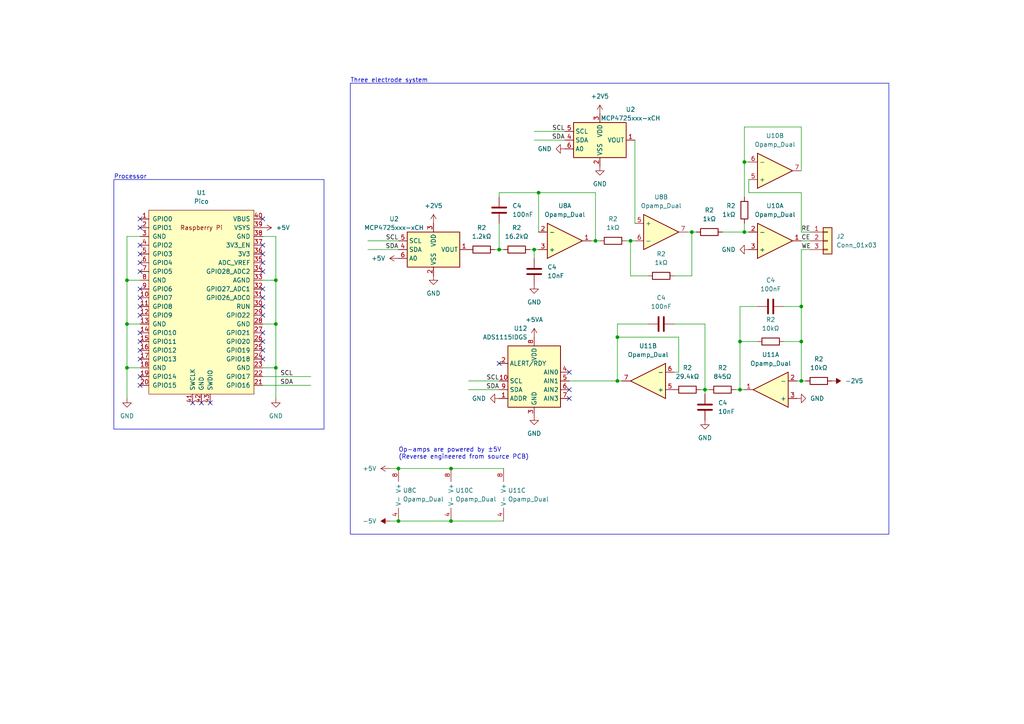
<source format=kicad_sch>
(kicad_sch (version 20230121) (generator eeschema)

  (uuid 92508132-e267-417b-a0b0-a090fe3b4378)

  (paper "A4")

  (title_block
    (title "Ardupotentio")
    (date "2023-07-25")
    (rev "1")
    (comment 1 "Sensors and Actuators Reports, vol. 3, p. 100045, 2021.")
    (comment 2 "‘Development of an arduino-based integrated system for sensing of hydrogen peroxide’,")
    (comment 3 "W. Gao, X. Luo, Y. Liu, Y. Zhao, and Y. Cui,")
    (comment 4 "Reference: ")
  )

  (lib_symbols
    (symbol "Analog_ADC:ADS1115IDGS" (in_bom yes) (on_board yes)
      (property "Reference" "U" (at 2.54 13.97 0)
        (effects (font (size 1.27 1.27)))
      )
      (property "Value" "ADS1115IDGS" (at 7.62 11.43 0)
        (effects (font (size 1.27 1.27)))
      )
      (property "Footprint" "Package_SO:TSSOP-10_3x3mm_P0.5mm" (at 0 -12.7 0)
        (effects (font (size 1.27 1.27)) hide)
      )
      (property "Datasheet" "http://www.ti.com/lit/ds/symlink/ads1113.pdf" (at -1.27 -22.86 0)
        (effects (font (size 1.27 1.27)) hide)
      )
      (property "ki_keywords" "16 bit 4 channel I2C ADC" (at 0 0 0)
        (effects (font (size 1.27 1.27)) hide)
      )
      (property "ki_description" "Ultra-Small, Low-Power, I2C-Compatible, 860-SPS, 16-Bit ADCs With Internal Reference, Oscillator, and Programmable Comparator, VSSOP-10" (at 0 0 0)
        (effects (font (size 1.27 1.27)) hide)
      )
      (property "ki_fp_filters" "TSSOP*3x3mm*P0.5mm*" (at 0 0 0)
        (effects (font (size 1.27 1.27)) hide)
      )
      (symbol "ADS1115IDGS_0_1"
        (rectangle (start -7.62 10.16) (end 7.62 -7.62)
          (stroke (width 0.254) (type default))
          (fill (type background))
        )
      )
      (symbol "ADS1115IDGS_1_1"
        (pin input line (at 10.16 -5.08 180) (length 2.54)
          (name "ADDR" (effects (font (size 1.27 1.27))))
          (number "1" (effects (font (size 1.27 1.27))))
        )
        (pin input line (at 10.16 0 180) (length 2.54)
          (name "SCL" (effects (font (size 1.27 1.27))))
          (number "10" (effects (font (size 1.27 1.27))))
        )
        (pin output line (at 10.16 5.08 180) (length 2.54)
          (name "ALERT/RDY" (effects (font (size 1.27 1.27))))
          (number "2" (effects (font (size 1.27 1.27))))
        )
        (pin power_in line (at 0 -10.16 90) (length 2.54)
          (name "GND" (effects (font (size 1.27 1.27))))
          (number "3" (effects (font (size 1.27 1.27))))
        )
        (pin input line (at -10.16 2.54 0) (length 2.54)
          (name "AIN0" (effects (font (size 1.27 1.27))))
          (number "4" (effects (font (size 1.27 1.27))))
        )
        (pin input line (at -10.16 0 0) (length 2.54)
          (name "AIN1" (effects (font (size 1.27 1.27))))
          (number "5" (effects (font (size 1.27 1.27))))
        )
        (pin input line (at -10.16 -2.54 0) (length 2.54)
          (name "AIN2" (effects (font (size 1.27 1.27))))
          (number "6" (effects (font (size 1.27 1.27))))
        )
        (pin input line (at -10.16 -5.08 0) (length 2.54)
          (name "AIN3" (effects (font (size 1.27 1.27))))
          (number "7" (effects (font (size 1.27 1.27))))
        )
        (pin power_in line (at 0 12.7 270) (length 2.54)
          (name "VDD" (effects (font (size 1.27 1.27))))
          (number "8" (effects (font (size 1.27 1.27))))
        )
        (pin bidirectional line (at 10.16 -2.54 180) (length 2.54)
          (name "SDA" (effects (font (size 1.27 1.27))))
          (number "9" (effects (font (size 1.27 1.27))))
        )
      )
    )
    (symbol "Analog_DAC:MCP4725xxx-xCH" (in_bom yes) (on_board yes)
      (property "Reference" "U" (at -6.35 6.35 0)
        (effects (font (size 1.27 1.27)))
      )
      (property "Value" "MCP4725xxx-xCH" (at 8.89 6.35 0)
        (effects (font (size 1.27 1.27)))
      )
      (property "Footprint" "Package_TO_SOT_SMD:SOT-23-6" (at 0 -6.35 0)
        (effects (font (size 1.27 1.27)) hide)
      )
      (property "Datasheet" "http://ww1.microchip.com/downloads/en/DeviceDoc/22039d.pdf" (at 0 0 0)
        (effects (font (size 1.27 1.27)) hide)
      )
      (property "ki_keywords" "dac twi" (at 0 0 0)
        (effects (font (size 1.27 1.27)) hide)
      )
      (property "ki_description" "12-bit Digital-to-Analog Converter, integrated EEPROM, I2C interface, SOT-23-6" (at 0 0 0)
        (effects (font (size 1.27 1.27)) hide)
      )
      (property "ki_fp_filters" "SOT?23*" (at 0 0 0)
        (effects (font (size 1.27 1.27)) hide)
      )
      (symbol "MCP4725xxx-xCH_0_1"
        (rectangle (start -7.62 5.08) (end 7.62 -5.08)
          (stroke (width 0.254) (type default))
          (fill (type background))
        )
      )
      (symbol "MCP4725xxx-xCH_1_1"
        (pin output line (at 10.16 0 180) (length 2.54)
          (name "VOUT" (effects (font (size 1.27 1.27))))
          (number "1" (effects (font (size 1.27 1.27))))
        )
        (pin power_in line (at 0 -7.62 90) (length 2.54)
          (name "VSS" (effects (font (size 1.27 1.27))))
          (number "2" (effects (font (size 1.27 1.27))))
        )
        (pin power_in line (at 0 7.62 270) (length 2.54)
          (name "VDD" (effects (font (size 1.27 1.27))))
          (number "3" (effects (font (size 1.27 1.27))))
        )
        (pin bidirectional line (at -10.16 0 0) (length 2.54)
          (name "SDA" (effects (font (size 1.27 1.27))))
          (number "4" (effects (font (size 1.27 1.27))))
        )
        (pin input line (at -10.16 2.54 0) (length 2.54)
          (name "SCL" (effects (font (size 1.27 1.27))))
          (number "5" (effects (font (size 1.27 1.27))))
        )
        (pin input line (at -10.16 -2.54 0) (length 2.54)
          (name "A0" (effects (font (size 1.27 1.27))))
          (number "6" (effects (font (size 1.27 1.27))))
        )
      )
    )
    (symbol "Connector_Generic:Conn_01x03" (pin_names (offset 1.016) hide) (in_bom yes) (on_board yes)
      (property "Reference" "J" (at 0 5.08 0)
        (effects (font (size 1.27 1.27)))
      )
      (property "Value" "Conn_01x03" (at 0 -5.08 0)
        (effects (font (size 1.27 1.27)))
      )
      (property "Footprint" "" (at 0 0 0)
        (effects (font (size 1.27 1.27)) hide)
      )
      (property "Datasheet" "~" (at 0 0 0)
        (effects (font (size 1.27 1.27)) hide)
      )
      (property "ki_keywords" "connector" (at 0 0 0)
        (effects (font (size 1.27 1.27)) hide)
      )
      (property "ki_description" "Generic connector, single row, 01x03, script generated (kicad-library-utils/schlib/autogen/connector/)" (at 0 0 0)
        (effects (font (size 1.27 1.27)) hide)
      )
      (property "ki_fp_filters" "Connector*:*_1x??_*" (at 0 0 0)
        (effects (font (size 1.27 1.27)) hide)
      )
      (symbol "Conn_01x03_1_1"
        (rectangle (start -1.27 -2.413) (end 0 -2.667)
          (stroke (width 0.1524) (type default))
          (fill (type none))
        )
        (rectangle (start -1.27 0.127) (end 0 -0.127)
          (stroke (width 0.1524) (type default))
          (fill (type none))
        )
        (rectangle (start -1.27 2.667) (end 0 2.413)
          (stroke (width 0.1524) (type default))
          (fill (type none))
        )
        (rectangle (start -1.27 3.81) (end 1.27 -3.81)
          (stroke (width 0.254) (type default))
          (fill (type background))
        )
        (pin passive line (at -5.08 2.54 0) (length 3.81)
          (name "Pin_1" (effects (font (size 1.27 1.27))))
          (number "1" (effects (font (size 1.27 1.27))))
        )
        (pin passive line (at -5.08 0 0) (length 3.81)
          (name "Pin_2" (effects (font (size 1.27 1.27))))
          (number "2" (effects (font (size 1.27 1.27))))
        )
        (pin passive line (at -5.08 -2.54 0) (length 3.81)
          (name "Pin_3" (effects (font (size 1.27 1.27))))
          (number "3" (effects (font (size 1.27 1.27))))
        )
      )
    )
    (symbol "Device:C" (pin_numbers hide) (pin_names (offset 0.254)) (in_bom yes) (on_board yes)
      (property "Reference" "C" (at 0.635 2.54 0)
        (effects (font (size 1.27 1.27)) (justify left))
      )
      (property "Value" "C" (at 0.635 -2.54 0)
        (effects (font (size 1.27 1.27)) (justify left))
      )
      (property "Footprint" "" (at 0.9652 -3.81 0)
        (effects (font (size 1.27 1.27)) hide)
      )
      (property "Datasheet" "~" (at 0 0 0)
        (effects (font (size 1.27 1.27)) hide)
      )
      (property "ki_keywords" "cap capacitor" (at 0 0 0)
        (effects (font (size 1.27 1.27)) hide)
      )
      (property "ki_description" "Unpolarized capacitor" (at 0 0 0)
        (effects (font (size 1.27 1.27)) hide)
      )
      (property "ki_fp_filters" "C_*" (at 0 0 0)
        (effects (font (size 1.27 1.27)) hide)
      )
      (symbol "C_0_1"
        (polyline
          (pts
            (xy -2.032 -0.762)
            (xy 2.032 -0.762)
          )
          (stroke (width 0.508) (type default))
          (fill (type none))
        )
        (polyline
          (pts
            (xy -2.032 0.762)
            (xy 2.032 0.762)
          )
          (stroke (width 0.508) (type default))
          (fill (type none))
        )
      )
      (symbol "C_1_1"
        (pin passive line (at 0 3.81 270) (length 2.794)
          (name "~" (effects (font (size 1.27 1.27))))
          (number "1" (effects (font (size 1.27 1.27))))
        )
        (pin passive line (at 0 -3.81 90) (length 2.794)
          (name "~" (effects (font (size 1.27 1.27))))
          (number "2" (effects (font (size 1.27 1.27))))
        )
      )
    )
    (symbol "Device:Opamp_Dual" (in_bom yes) (on_board yes)
      (property "Reference" "U" (at 0 5.08 0)
        (effects (font (size 1.27 1.27)) (justify left))
      )
      (property "Value" "Opamp_Dual" (at 0 -5.08 0)
        (effects (font (size 1.27 1.27)) (justify left))
      )
      (property "Footprint" "" (at 0 0 0)
        (effects (font (size 1.27 1.27)) hide)
      )
      (property "Datasheet" "~" (at 0 0 0)
        (effects (font (size 1.27 1.27)) hide)
      )
      (property "ki_locked" "" (at 0 0 0)
        (effects (font (size 1.27 1.27)))
      )
      (property "ki_keywords" "dual opamp" (at 0 0 0)
        (effects (font (size 1.27 1.27)) hide)
      )
      (property "ki_description" "Dual operational amplifier" (at 0 0 0)
        (effects (font (size 1.27 1.27)) hide)
      )
      (property "ki_fp_filters" "SOIC*3.9x4.9mm*P1.27mm* DIP*W7.62mm* MSOP*3x3mm*P0.65mm* SSOP*2.95x2.8mm*P0.65mm* TSSOP*3x3mm*P0.65mm* VSSOP*P0.5mm* TO?99*" (at 0 0 0)
        (effects (font (size 1.27 1.27)) hide)
      )
      (symbol "Opamp_Dual_1_1"
        (polyline
          (pts
            (xy -5.08 5.08)
            (xy 5.08 0)
            (xy -5.08 -5.08)
            (xy -5.08 5.08)
          )
          (stroke (width 0.254) (type default))
          (fill (type background))
        )
        (pin output line (at 7.62 0 180) (length 2.54)
          (name "~" (effects (font (size 1.27 1.27))))
          (number "1" (effects (font (size 1.27 1.27))))
        )
        (pin input line (at -7.62 -2.54 0) (length 2.54)
          (name "-" (effects (font (size 1.27 1.27))))
          (number "2" (effects (font (size 1.27 1.27))))
        )
        (pin input line (at -7.62 2.54 0) (length 2.54)
          (name "+" (effects (font (size 1.27 1.27))))
          (number "3" (effects (font (size 1.27 1.27))))
        )
      )
      (symbol "Opamp_Dual_2_1"
        (polyline
          (pts
            (xy -5.08 5.08)
            (xy 5.08 0)
            (xy -5.08 -5.08)
            (xy -5.08 5.08)
          )
          (stroke (width 0.254) (type default))
          (fill (type background))
        )
        (pin input line (at -7.62 2.54 0) (length 2.54)
          (name "+" (effects (font (size 1.27 1.27))))
          (number "5" (effects (font (size 1.27 1.27))))
        )
        (pin input line (at -7.62 -2.54 0) (length 2.54)
          (name "-" (effects (font (size 1.27 1.27))))
          (number "6" (effects (font (size 1.27 1.27))))
        )
        (pin output line (at 7.62 0 180) (length 2.54)
          (name "~" (effects (font (size 1.27 1.27))))
          (number "7" (effects (font (size 1.27 1.27))))
        )
      )
      (symbol "Opamp_Dual_3_1"
        (pin power_in line (at -2.54 -7.62 90) (length 3.81)
          (name "V-" (effects (font (size 1.27 1.27))))
          (number "4" (effects (font (size 1.27 1.27))))
        )
        (pin power_in line (at -2.54 7.62 270) (length 3.81)
          (name "V+" (effects (font (size 1.27 1.27))))
          (number "8" (effects (font (size 1.27 1.27))))
        )
      )
    )
    (symbol "Device:R" (pin_numbers hide) (pin_names (offset 0)) (in_bom yes) (on_board yes)
      (property "Reference" "R" (at 2.032 0 90)
        (effects (font (size 1.27 1.27)))
      )
      (property "Value" "R" (at 0 0 90)
        (effects (font (size 1.27 1.27)))
      )
      (property "Footprint" "" (at -1.778 0 90)
        (effects (font (size 1.27 1.27)) hide)
      )
      (property "Datasheet" "~" (at 0 0 0)
        (effects (font (size 1.27 1.27)) hide)
      )
      (property "ki_keywords" "R res resistor" (at 0 0 0)
        (effects (font (size 1.27 1.27)) hide)
      )
      (property "ki_description" "Resistor" (at 0 0 0)
        (effects (font (size 1.27 1.27)) hide)
      )
      (property "ki_fp_filters" "R_*" (at 0 0 0)
        (effects (font (size 1.27 1.27)) hide)
      )
      (symbol "R_0_1"
        (rectangle (start -1.016 -2.54) (end 1.016 2.54)
          (stroke (width 0.254) (type default))
          (fill (type none))
        )
      )
      (symbol "R_1_1"
        (pin passive line (at 0 3.81 270) (length 1.27)
          (name "~" (effects (font (size 1.27 1.27))))
          (number "1" (effects (font (size 1.27 1.27))))
        )
        (pin passive line (at 0 -3.81 90) (length 1.27)
          (name "~" (effects (font (size 1.27 1.27))))
          (number "2" (effects (font (size 1.27 1.27))))
        )
      )
    )
    (symbol "RPi_Pico:Pico" (pin_names (offset 1.016)) (in_bom yes) (on_board yes)
      (property "Reference" "U" (at -13.97 27.94 0)
        (effects (font (size 1.27 1.27)))
      )
      (property "Value" "Pico" (at 0 19.05 0)
        (effects (font (size 1.27 1.27)))
      )
      (property "Footprint" "" (at 0 0 90)
        (effects (font (size 1.27 1.27)) hide)
      )
      (property "Datasheet" "" (at 0 0 0)
        (effects (font (size 1.27 1.27)) hide)
      )
      (property "ki_fp_filters" "RPi_Pico:RPi_Pico_*SMD_TH" (at 0 0 0)
        (effects (font (size 1.27 1.27)) hide)
      )
      (symbol "Pico_0_0"
        (text "Raspberry Pi" (at 0 21.59 0)
          (effects (font (size 1.27 1.27)))
        )
      )
      (symbol "Pico_0_1"
        (rectangle (start -15.24 26.67) (end 15.24 -26.67)
          (stroke (width 0) (type solid))
          (fill (type background))
        )
      )
      (symbol "Pico_1_1"
        (pin bidirectional line (at -17.78 24.13 0) (length 2.54)
          (name "GPIO0" (effects (font (size 1.27 1.27))))
          (number "1" (effects (font (size 1.27 1.27))))
        )
        (pin bidirectional line (at -17.78 1.27 0) (length 2.54)
          (name "GPIO7" (effects (font (size 1.27 1.27))))
          (number "10" (effects (font (size 1.27 1.27))))
        )
        (pin bidirectional line (at -17.78 -1.27 0) (length 2.54)
          (name "GPIO8" (effects (font (size 1.27 1.27))))
          (number "11" (effects (font (size 1.27 1.27))))
        )
        (pin bidirectional line (at -17.78 -3.81 0) (length 2.54)
          (name "GPIO9" (effects (font (size 1.27 1.27))))
          (number "12" (effects (font (size 1.27 1.27))))
        )
        (pin power_in line (at -17.78 -6.35 0) (length 2.54)
          (name "GND" (effects (font (size 1.27 1.27))))
          (number "13" (effects (font (size 1.27 1.27))))
        )
        (pin bidirectional line (at -17.78 -8.89 0) (length 2.54)
          (name "GPIO10" (effects (font (size 1.27 1.27))))
          (number "14" (effects (font (size 1.27 1.27))))
        )
        (pin bidirectional line (at -17.78 -11.43 0) (length 2.54)
          (name "GPIO11" (effects (font (size 1.27 1.27))))
          (number "15" (effects (font (size 1.27 1.27))))
        )
        (pin bidirectional line (at -17.78 -13.97 0) (length 2.54)
          (name "GPIO12" (effects (font (size 1.27 1.27))))
          (number "16" (effects (font (size 1.27 1.27))))
        )
        (pin bidirectional line (at -17.78 -16.51 0) (length 2.54)
          (name "GPIO13" (effects (font (size 1.27 1.27))))
          (number "17" (effects (font (size 1.27 1.27))))
        )
        (pin power_in line (at -17.78 -19.05 0) (length 2.54)
          (name "GND" (effects (font (size 1.27 1.27))))
          (number "18" (effects (font (size 1.27 1.27))))
        )
        (pin bidirectional line (at -17.78 -21.59 0) (length 2.54)
          (name "GPIO14" (effects (font (size 1.27 1.27))))
          (number "19" (effects (font (size 1.27 1.27))))
        )
        (pin bidirectional line (at -17.78 21.59 0) (length 2.54)
          (name "GPIO1" (effects (font (size 1.27 1.27))))
          (number "2" (effects (font (size 1.27 1.27))))
        )
        (pin bidirectional line (at -17.78 -24.13 0) (length 2.54)
          (name "GPIO15" (effects (font (size 1.27 1.27))))
          (number "20" (effects (font (size 1.27 1.27))))
        )
        (pin bidirectional line (at 17.78 -24.13 180) (length 2.54)
          (name "GPIO16" (effects (font (size 1.27 1.27))))
          (number "21" (effects (font (size 1.27 1.27))))
        )
        (pin bidirectional line (at 17.78 -21.59 180) (length 2.54)
          (name "GPIO17" (effects (font (size 1.27 1.27))))
          (number "22" (effects (font (size 1.27 1.27))))
        )
        (pin power_in line (at 17.78 -19.05 180) (length 2.54)
          (name "GND" (effects (font (size 1.27 1.27))))
          (number "23" (effects (font (size 1.27 1.27))))
        )
        (pin bidirectional line (at 17.78 -16.51 180) (length 2.54)
          (name "GPIO18" (effects (font (size 1.27 1.27))))
          (number "24" (effects (font (size 1.27 1.27))))
        )
        (pin bidirectional line (at 17.78 -13.97 180) (length 2.54)
          (name "GPIO19" (effects (font (size 1.27 1.27))))
          (number "25" (effects (font (size 1.27 1.27))))
        )
        (pin bidirectional line (at 17.78 -11.43 180) (length 2.54)
          (name "GPIO20" (effects (font (size 1.27 1.27))))
          (number "26" (effects (font (size 1.27 1.27))))
        )
        (pin bidirectional line (at 17.78 -8.89 180) (length 2.54)
          (name "GPIO21" (effects (font (size 1.27 1.27))))
          (number "27" (effects (font (size 1.27 1.27))))
        )
        (pin power_in line (at 17.78 -6.35 180) (length 2.54)
          (name "GND" (effects (font (size 1.27 1.27))))
          (number "28" (effects (font (size 1.27 1.27))))
        )
        (pin bidirectional line (at 17.78 -3.81 180) (length 2.54)
          (name "GPIO22" (effects (font (size 1.27 1.27))))
          (number "29" (effects (font (size 1.27 1.27))))
        )
        (pin power_in line (at -17.78 19.05 0) (length 2.54)
          (name "GND" (effects (font (size 1.27 1.27))))
          (number "3" (effects (font (size 1.27 1.27))))
        )
        (pin input line (at 17.78 -1.27 180) (length 2.54)
          (name "RUN" (effects (font (size 1.27 1.27))))
          (number "30" (effects (font (size 1.27 1.27))))
        )
        (pin bidirectional line (at 17.78 1.27 180) (length 2.54)
          (name "GPIO26_ADC0" (effects (font (size 1.27 1.27))))
          (number "31" (effects (font (size 1.27 1.27))))
        )
        (pin bidirectional line (at 17.78 3.81 180) (length 2.54)
          (name "GPIO27_ADC1" (effects (font (size 1.27 1.27))))
          (number "32" (effects (font (size 1.27 1.27))))
        )
        (pin power_in line (at 17.78 6.35 180) (length 2.54)
          (name "AGND" (effects (font (size 1.27 1.27))))
          (number "33" (effects (font (size 1.27 1.27))))
        )
        (pin bidirectional line (at 17.78 8.89 180) (length 2.54)
          (name "GPIO28_ADC2" (effects (font (size 1.27 1.27))))
          (number "34" (effects (font (size 1.27 1.27))))
        )
        (pin unspecified line (at 17.78 11.43 180) (length 2.54)
          (name "ADC_VREF" (effects (font (size 1.27 1.27))))
          (number "35" (effects (font (size 1.27 1.27))))
        )
        (pin unspecified line (at 17.78 13.97 180) (length 2.54)
          (name "3V3" (effects (font (size 1.27 1.27))))
          (number "36" (effects (font (size 1.27 1.27))))
        )
        (pin input line (at 17.78 16.51 180) (length 2.54)
          (name "3V3_EN" (effects (font (size 1.27 1.27))))
          (number "37" (effects (font (size 1.27 1.27))))
        )
        (pin bidirectional line (at 17.78 19.05 180) (length 2.54)
          (name "GND" (effects (font (size 1.27 1.27))))
          (number "38" (effects (font (size 1.27 1.27))))
        )
        (pin unspecified line (at 17.78 21.59 180) (length 2.54)
          (name "VSYS" (effects (font (size 1.27 1.27))))
          (number "39" (effects (font (size 1.27 1.27))))
        )
        (pin bidirectional line (at -17.78 16.51 0) (length 2.54)
          (name "GPIO2" (effects (font (size 1.27 1.27))))
          (number "4" (effects (font (size 1.27 1.27))))
        )
        (pin unspecified line (at 17.78 24.13 180) (length 2.54)
          (name "VBUS" (effects (font (size 1.27 1.27))))
          (number "40" (effects (font (size 1.27 1.27))))
        )
        (pin input line (at -2.54 -29.21 90) (length 2.54)
          (name "SWCLK" (effects (font (size 1.27 1.27))))
          (number "41" (effects (font (size 1.27 1.27))))
        )
        (pin power_in line (at 0 -29.21 90) (length 2.54)
          (name "GND" (effects (font (size 1.27 1.27))))
          (number "42" (effects (font (size 1.27 1.27))))
        )
        (pin bidirectional line (at 2.54 -29.21 90) (length 2.54)
          (name "SWDIO" (effects (font (size 1.27 1.27))))
          (number "43" (effects (font (size 1.27 1.27))))
        )
        (pin bidirectional line (at -17.78 13.97 0) (length 2.54)
          (name "GPIO3" (effects (font (size 1.27 1.27))))
          (number "5" (effects (font (size 1.27 1.27))))
        )
        (pin bidirectional line (at -17.78 11.43 0) (length 2.54)
          (name "GPIO4" (effects (font (size 1.27 1.27))))
          (number "6" (effects (font (size 1.27 1.27))))
        )
        (pin bidirectional line (at -17.78 8.89 0) (length 2.54)
          (name "GPIO5" (effects (font (size 1.27 1.27))))
          (number "7" (effects (font (size 1.27 1.27))))
        )
        (pin power_in line (at -17.78 6.35 0) (length 2.54)
          (name "GND" (effects (font (size 1.27 1.27))))
          (number "8" (effects (font (size 1.27 1.27))))
        )
        (pin bidirectional line (at -17.78 3.81 0) (length 2.54)
          (name "GPIO6" (effects (font (size 1.27 1.27))))
          (number "9" (effects (font (size 1.27 1.27))))
        )
      )
    )
    (symbol "power:+2V5" (power) (pin_names (offset 0)) (in_bom yes) (on_board yes)
      (property "Reference" "#PWR" (at 0 -3.81 0)
        (effects (font (size 1.27 1.27)) hide)
      )
      (property "Value" "+2V5" (at 0 3.556 0)
        (effects (font (size 1.27 1.27)))
      )
      (property "Footprint" "" (at 0 0 0)
        (effects (font (size 1.27 1.27)) hide)
      )
      (property "Datasheet" "" (at 0 0 0)
        (effects (font (size 1.27 1.27)) hide)
      )
      (property "ki_keywords" "global power" (at 0 0 0)
        (effects (font (size 1.27 1.27)) hide)
      )
      (property "ki_description" "Power symbol creates a global label with name \"+2V5\"" (at 0 0 0)
        (effects (font (size 1.27 1.27)) hide)
      )
      (symbol "+2V5_0_1"
        (polyline
          (pts
            (xy -0.762 1.27)
            (xy 0 2.54)
          )
          (stroke (width 0) (type default))
          (fill (type none))
        )
        (polyline
          (pts
            (xy 0 0)
            (xy 0 2.54)
          )
          (stroke (width 0) (type default))
          (fill (type none))
        )
        (polyline
          (pts
            (xy 0 2.54)
            (xy 0.762 1.27)
          )
          (stroke (width 0) (type default))
          (fill (type none))
        )
      )
      (symbol "+2V5_1_1"
        (pin power_in line (at 0 0 90) (length 0) hide
          (name "+2V5" (effects (font (size 1.27 1.27))))
          (number "1" (effects (font (size 1.27 1.27))))
        )
      )
    )
    (symbol "power:+5V" (power) (pin_names (offset 0)) (in_bom yes) (on_board yes)
      (property "Reference" "#PWR" (at 0 -3.81 0)
        (effects (font (size 1.27 1.27)) hide)
      )
      (property "Value" "+5V" (at 0 3.556 0)
        (effects (font (size 1.27 1.27)))
      )
      (property "Footprint" "" (at 0 0 0)
        (effects (font (size 1.27 1.27)) hide)
      )
      (property "Datasheet" "" (at 0 0 0)
        (effects (font (size 1.27 1.27)) hide)
      )
      (property "ki_keywords" "global power" (at 0 0 0)
        (effects (font (size 1.27 1.27)) hide)
      )
      (property "ki_description" "Power symbol creates a global label with name \"+5V\"" (at 0 0 0)
        (effects (font (size 1.27 1.27)) hide)
      )
      (symbol "+5V_0_1"
        (polyline
          (pts
            (xy -0.762 1.27)
            (xy 0 2.54)
          )
          (stroke (width 0) (type default))
          (fill (type none))
        )
        (polyline
          (pts
            (xy 0 0)
            (xy 0 2.54)
          )
          (stroke (width 0) (type default))
          (fill (type none))
        )
        (polyline
          (pts
            (xy 0 2.54)
            (xy 0.762 1.27)
          )
          (stroke (width 0) (type default))
          (fill (type none))
        )
      )
      (symbol "+5V_1_1"
        (pin power_in line (at 0 0 90) (length 0) hide
          (name "+5V" (effects (font (size 1.27 1.27))))
          (number "1" (effects (font (size 1.27 1.27))))
        )
      )
    )
    (symbol "power:+5VA" (power) (pin_names (offset 0)) (in_bom yes) (on_board yes)
      (property "Reference" "#PWR" (at 0 -3.81 0)
        (effects (font (size 1.27 1.27)) hide)
      )
      (property "Value" "+5VA" (at 0 3.556 0)
        (effects (font (size 1.27 1.27)))
      )
      (property "Footprint" "" (at 0 0 0)
        (effects (font (size 1.27 1.27)) hide)
      )
      (property "Datasheet" "" (at 0 0 0)
        (effects (font (size 1.27 1.27)) hide)
      )
      (property "ki_keywords" "global power" (at 0 0 0)
        (effects (font (size 1.27 1.27)) hide)
      )
      (property "ki_description" "Power symbol creates a global label with name \"+5VA\"" (at 0 0 0)
        (effects (font (size 1.27 1.27)) hide)
      )
      (symbol "+5VA_0_1"
        (polyline
          (pts
            (xy -0.762 1.27)
            (xy 0 2.54)
          )
          (stroke (width 0) (type default))
          (fill (type none))
        )
        (polyline
          (pts
            (xy 0 0)
            (xy 0 2.54)
          )
          (stroke (width 0) (type default))
          (fill (type none))
        )
        (polyline
          (pts
            (xy 0 2.54)
            (xy 0.762 1.27)
          )
          (stroke (width 0) (type default))
          (fill (type none))
        )
      )
      (symbol "+5VA_1_1"
        (pin power_in line (at 0 0 90) (length 0) hide
          (name "+5VA" (effects (font (size 1.27 1.27))))
          (number "1" (effects (font (size 1.27 1.27))))
        )
      )
    )
    (symbol "power:-2V5" (power) (pin_names (offset 0)) (in_bom yes) (on_board yes)
      (property "Reference" "#PWR" (at 0 2.54 0)
        (effects (font (size 1.27 1.27)) hide)
      )
      (property "Value" "-2V5" (at 0 3.81 0)
        (effects (font (size 1.27 1.27)))
      )
      (property "Footprint" "" (at 0 0 0)
        (effects (font (size 1.27 1.27)) hide)
      )
      (property "Datasheet" "" (at 0 0 0)
        (effects (font (size 1.27 1.27)) hide)
      )
      (property "ki_keywords" "global power" (at 0 0 0)
        (effects (font (size 1.27 1.27)) hide)
      )
      (property "ki_description" "Power symbol creates a global label with name \"-2V5\"" (at 0 0 0)
        (effects (font (size 1.27 1.27)) hide)
      )
      (symbol "-2V5_0_0"
        (pin power_in line (at 0 0 90) (length 0) hide
          (name "-2V5" (effects (font (size 1.27 1.27))))
          (number "1" (effects (font (size 1.27 1.27))))
        )
      )
      (symbol "-2V5_0_1"
        (polyline
          (pts
            (xy 0 0)
            (xy 0 1.27)
            (xy 0.762 1.27)
            (xy 0 2.54)
            (xy -0.762 1.27)
            (xy 0 1.27)
          )
          (stroke (width 0) (type default))
          (fill (type outline))
        )
      )
    )
    (symbol "power:-5V" (power) (pin_names (offset 0)) (in_bom yes) (on_board yes)
      (property "Reference" "#PWR" (at 0 2.54 0)
        (effects (font (size 1.27 1.27)) hide)
      )
      (property "Value" "-5V" (at 0 3.81 0)
        (effects (font (size 1.27 1.27)))
      )
      (property "Footprint" "" (at 0 0 0)
        (effects (font (size 1.27 1.27)) hide)
      )
      (property "Datasheet" "" (at 0 0 0)
        (effects (font (size 1.27 1.27)) hide)
      )
      (property "ki_keywords" "global power" (at 0 0 0)
        (effects (font (size 1.27 1.27)) hide)
      )
      (property "ki_description" "Power symbol creates a global label with name \"-5V\"" (at 0 0 0)
        (effects (font (size 1.27 1.27)) hide)
      )
      (symbol "-5V_0_0"
        (pin power_in line (at 0 0 90) (length 0) hide
          (name "-5V" (effects (font (size 1.27 1.27))))
          (number "1" (effects (font (size 1.27 1.27))))
        )
      )
      (symbol "-5V_0_1"
        (polyline
          (pts
            (xy 0 0)
            (xy 0 1.27)
            (xy 0.762 1.27)
            (xy 0 2.54)
            (xy -0.762 1.27)
            (xy 0 1.27)
          )
          (stroke (width 0) (type default))
          (fill (type outline))
        )
      )
    )
    (symbol "power:GND" (power) (pin_names (offset 0)) (in_bom yes) (on_board yes)
      (property "Reference" "#PWR" (at 0 -6.35 0)
        (effects (font (size 1.27 1.27)) hide)
      )
      (property "Value" "GND" (at 0 -3.81 0)
        (effects (font (size 1.27 1.27)))
      )
      (property "Footprint" "" (at 0 0 0)
        (effects (font (size 1.27 1.27)) hide)
      )
      (property "Datasheet" "" (at 0 0 0)
        (effects (font (size 1.27 1.27)) hide)
      )
      (property "ki_keywords" "global power" (at 0 0 0)
        (effects (font (size 1.27 1.27)) hide)
      )
      (property "ki_description" "Power symbol creates a global label with name \"GND\" , ground" (at 0 0 0)
        (effects (font (size 1.27 1.27)) hide)
      )
      (symbol "GND_0_1"
        (polyline
          (pts
            (xy 0 0)
            (xy 0 -1.27)
            (xy 1.27 -1.27)
            (xy 0 -2.54)
            (xy -1.27 -1.27)
            (xy 0 -1.27)
          )
          (stroke (width 0) (type default))
          (fill (type none))
        )
      )
      (symbol "GND_1_1"
        (pin power_in line (at 0 0 270) (length 0) hide
          (name "GND" (effects (font (size 1.27 1.27))))
          (number "1" (effects (font (size 1.27 1.27))))
        )
      )
    )
  )

  (junction (at 130.81 135.89) (diameter 0) (color 0 0 0 0)
    (uuid 01322f84-0f9a-4b63-ba14-6b64b8ba06d6)
  )
  (junction (at 179.07 97.79) (diameter 0) (color 0 0 0 0)
    (uuid 1badfd9f-36c4-4067-8a06-9347fd59b511)
  )
  (junction (at 214.63 113.03) (diameter 0) (color 0 0 0 0)
    (uuid 2d4d93bb-f39b-4165-a982-d6c6434acf49)
  )
  (junction (at 80.01 106.68) (diameter 0) (color 0 0 0 0)
    (uuid 36c38389-24ff-4513-923b-d9aaef2095cd)
  )
  (junction (at 182.88 69.85) (diameter 0) (color 0 0 0 0)
    (uuid 3da10774-7324-4a22-94d6-678ae7b9d786)
  )
  (junction (at 232.41 99.06) (diameter 0) (color 0 0 0 0)
    (uuid 48e65650-8513-4a3d-a39f-372edf7bfb3b)
  )
  (junction (at 215.9 67.31) (diameter 0) (color 0 0 0 0)
    (uuid 4c9afdbe-b968-44ac-9428-517327966dd6)
  )
  (junction (at 80.01 93.98) (diameter 0) (color 0 0 0 0)
    (uuid 51c2faa9-a394-4df8-b195-4b9783c783d4)
  )
  (junction (at 200.66 67.31) (diameter 0) (color 0 0 0 0)
    (uuid 52256326-0832-4a17-b256-80ba3267ca6d)
  )
  (junction (at 214.63 99.06) (diameter 0) (color 0 0 0 0)
    (uuid 7783c70e-d819-450f-90bf-2198a6e3fa8d)
  )
  (junction (at 154.94 72.39) (diameter 0) (color 0 0 0 0)
    (uuid 7aa18a47-73e9-48e5-a40c-3de3e9317354)
  )
  (junction (at 215.9 46.99) (diameter 0) (color 0 0 0 0)
    (uuid 7ae9333e-e691-42b2-97be-f8b4349173cb)
  )
  (junction (at 232.41 110.49) (diameter 0) (color 0 0 0 0)
    (uuid 823f46cd-98ca-4916-8959-287f40205efc)
  )
  (junction (at 36.83 93.98) (diameter 0) (color 0 0 0 0)
    (uuid 83a3b893-fe58-4185-9fbf-1859c1ddb24d)
  )
  (junction (at 144.78 72.39) (diameter 0) (color 0 0 0 0)
    (uuid 872e8c30-5095-4b9e-81aa-085c75dfc339)
  )
  (junction (at 115.57 135.89) (diameter 0) (color 0 0 0 0)
    (uuid a66895c4-a436-4521-87bf-34fbcda8fe94)
  )
  (junction (at 36.83 106.68) (diameter 0) (color 0 0 0 0)
    (uuid ac014ba8-7e81-4185-ba43-2baaeb837f6c)
  )
  (junction (at 179.07 110.49) (diameter 0) (color 0 0 0 0)
    (uuid acd13ba6-39b0-4e88-85d5-dea4b0497564)
  )
  (junction (at 115.57 151.13) (diameter 0) (color 0 0 0 0)
    (uuid b1fa5310-438f-4c92-9bb3-e8ccea308a67)
  )
  (junction (at 232.41 88.9) (diameter 0) (color 0 0 0 0)
    (uuid b843ca2b-0f4d-468e-9e91-eb3fd49738ed)
  )
  (junction (at 36.83 81.28) (diameter 0) (color 0 0 0 0)
    (uuid ba8f8fdb-1c2d-4196-b0a3-2867d14f35e8)
  )
  (junction (at 204.47 113.03) (diameter 0) (color 0 0 0 0)
    (uuid c114f51c-42da-44f8-a880-662306b60c95)
  )
  (junction (at 172.72 69.85) (diameter 0) (color 0 0 0 0)
    (uuid d5ad22a4-61df-4ea3-9c52-c0f7186baf3a)
  )
  (junction (at 80.01 81.28) (diameter 0) (color 0 0 0 0)
    (uuid db8f112e-8e01-4f9c-bd4c-003d0e631856)
  )
  (junction (at 130.81 151.13) (diameter 0) (color 0 0 0 0)
    (uuid eed7951d-3021-454d-b250-ccdba7493019)
  )
  (junction (at 156.21 55.88) (diameter 0) (color 0 0 0 0)
    (uuid f2ff59a5-5cc6-4757-a8c5-971b213b44bf)
  )

  (no_connect (at 76.2 104.14) (uuid 04063272-87d5-417f-a2bb-6bfe836bc1e7))
  (no_connect (at 40.64 104.14) (uuid 042b5949-bda3-4054-a0b1-f82f95c74bdf))
  (no_connect (at 76.2 91.44) (uuid 092bd1b2-0512-4ef1-a6f5-0cd87e392476))
  (no_connect (at 76.2 99.06) (uuid 17c4b876-91ac-4feb-947d-1024352d9509))
  (no_connect (at 40.64 66.04) (uuid 1a68a2fc-7e70-4e26-88f7-c4957f2feab7))
  (no_connect (at 40.64 71.12) (uuid 20e0b369-693a-48cc-9b6b-3767bc68175c))
  (no_connect (at 165.1 113.03) (uuid 22183844-bd58-4f18-aa5e-cac00c15b113))
  (no_connect (at 40.64 73.66) (uuid 2772ff33-9072-4019-a5dd-ce75c4ff9a6f))
  (no_connect (at 40.64 86.36) (uuid 2827e2d9-cac2-4bd8-adeb-6ded9b8f7132))
  (no_connect (at 40.64 96.52) (uuid 31946ba7-d942-496d-ab84-ddbf67969598))
  (no_connect (at 58.42 116.84) (uuid 3ac84619-1e0b-4475-9e9e-c30f86de8822))
  (no_connect (at 40.64 109.22) (uuid 4305287b-73a2-490e-9e20-0ccc3f0ef075))
  (no_connect (at 40.64 111.76) (uuid 44745bef-49a1-449f-ace3-dce13db18394))
  (no_connect (at 76.2 96.52) (uuid 46aaed21-7ae1-4b49-a895-d43388848d67))
  (no_connect (at 40.64 83.82) (uuid 586e391a-ed21-416c-bd97-d0a139c7d6e6))
  (no_connect (at 40.64 101.6) (uuid 58bd44b6-257b-4b7f-b2d2-188c1c4be6d7))
  (no_connect (at 165.1 115.57) (uuid 5b6737f4-40a6-43a6-9f1e-76e539f36a9f))
  (no_connect (at 76.2 63.5) (uuid 64ccc118-b2f0-4c01-be69-e33fff16a2fb))
  (no_connect (at 165.1 107.95) (uuid 65bafb81-b002-42f1-a58d-ff80dde1ce40))
  (no_connect (at 40.64 76.2) (uuid 7233bb4e-f3c1-451f-95b3-40fe9625926b))
  (no_connect (at 76.2 71.12) (uuid 73b60b10-f4fa-4841-95d5-77cf0659413d))
  (no_connect (at 76.2 73.66) (uuid 7557cef2-968c-4a94-aa7d-cb61b5342efb))
  (no_connect (at 40.64 63.5) (uuid 85447e30-73f6-4c9d-afa4-6ad49c21846b))
  (no_connect (at 40.64 99.06) (uuid 89caa14f-732a-4900-9580-38ea29b233ab))
  (no_connect (at 144.78 105.41) (uuid 8e60cee3-6e16-4c2b-93d5-33e573660c91))
  (no_connect (at 76.2 88.9) (uuid 93ee4e44-b345-4edc-827a-03e5aef84f71))
  (no_connect (at 76.2 86.36) (uuid ad21f344-8e8e-485b-b14c-db1d2ef6b5ff))
  (no_connect (at 55.88 116.84) (uuid bf8a4f5a-597b-49ab-827f-4f5a5c0d139b))
  (no_connect (at 76.2 78.74) (uuid c397ee6f-f98f-403a-af1e-b84bde5fa4d8))
  (no_connect (at 60.96 116.84) (uuid cd378cd9-79f9-4c16-9c1e-4793ec785208))
  (no_connect (at 76.2 83.82) (uuid d10a0006-d026-4e77-a69b-3067b3292325))
  (no_connect (at 40.64 78.74) (uuid d84053ee-f5bd-40c3-a033-8fced4cca21f))
  (no_connect (at 40.64 88.9) (uuid d99cdcde-580f-43c9-951e-42719db37913))
  (no_connect (at 76.2 76.2) (uuid e2b09d89-8a8b-4478-aeaa-598591076344))
  (no_connect (at 76.2 101.6) (uuid e6f3c1f4-eaef-45c5-b61c-d75de23ea161))
  (no_connect (at 40.64 91.44) (uuid ffca56d7-9d09-4c7e-acd0-d039cfa82aa1))

  (wire (pts (xy 209.55 67.31) (xy 215.9 67.31))
    (stroke (width 0) (type default))
    (uuid 0447c3b5-411a-435d-b3e4-481cf3db9d41)
  )
  (wire (pts (xy 171.45 69.85) (xy 172.72 69.85))
    (stroke (width 0) (type default))
    (uuid 064bf711-017b-43d1-99c6-23b48b062b60)
  )
  (wire (pts (xy 40.64 81.28) (xy 36.83 81.28))
    (stroke (width 0) (type default))
    (uuid 07570928-65bd-4429-b440-0ceece4be9b8)
  )
  (wire (pts (xy 187.96 93.98) (xy 179.07 93.98))
    (stroke (width 0) (type default))
    (uuid 0bf4eff2-cecd-43a4-be5d-f48ef029a9c9)
  )
  (wire (pts (xy 217.17 55.88) (xy 232.41 55.88))
    (stroke (width 0) (type default))
    (uuid 0c5d890f-a42d-4ca0-b08c-41ec5f93bb35)
  )
  (wire (pts (xy 36.83 81.28) (xy 36.83 93.98))
    (stroke (width 0) (type default))
    (uuid 0cf972cf-f3a0-4f42-9f09-a05947ae8782)
  )
  (wire (pts (xy 227.33 88.9) (xy 232.41 88.9))
    (stroke (width 0) (type default))
    (uuid 0ed29172-4045-431f-a9f7-9396bb9eecaa)
  )
  (wire (pts (xy 214.63 99.06) (xy 214.63 113.03))
    (stroke (width 0) (type default))
    (uuid 108ce6e3-b2f0-47b9-acaf-0ce1dde297dc)
  )
  (wire (pts (xy 196.85 97.79) (xy 179.07 97.79))
    (stroke (width 0) (type default))
    (uuid 15aa7b0e-785c-4c8c-9e87-861fb8bad034)
  )
  (wire (pts (xy 217.17 52.07) (xy 217.17 55.88))
    (stroke (width 0) (type default))
    (uuid 160483c1-79f0-481b-b4cc-710d551c352a)
  )
  (wire (pts (xy 153.67 72.39) (xy 154.94 72.39))
    (stroke (width 0) (type default))
    (uuid 1b1dc8d2-2d5a-48d4-a8b1-f8811a1e979d)
  )
  (wire (pts (xy 36.83 93.98) (xy 36.83 106.68))
    (stroke (width 0) (type default))
    (uuid 1c98f544-fbbc-4d02-b71e-4775b1c66dfc)
  )
  (wire (pts (xy 113.03 135.89) (xy 115.57 135.89))
    (stroke (width 0) (type default))
    (uuid 1ea71e53-50f7-4085-99ad-2d0bd49268c8)
  )
  (wire (pts (xy 106.68 72.39) (xy 115.57 72.39))
    (stroke (width 0) (type default))
    (uuid 21f1b616-3f25-405a-9413-7f0e44bde635)
  )
  (wire (pts (xy 187.96 80.01) (xy 182.88 80.01))
    (stroke (width 0) (type default))
    (uuid 25d3a4be-418b-4312-88e8-6f85f7d9c0a5)
  )
  (wire (pts (xy 76.2 68.58) (xy 80.01 68.58))
    (stroke (width 0) (type default))
    (uuid 29044375-fae8-450e-82d1-8d07b9e4df8b)
  )
  (wire (pts (xy 232.41 72.39) (xy 232.41 88.9))
    (stroke (width 0) (type default))
    (uuid 2a7785c3-a4dc-4937-8212-e49f99c98b46)
  )
  (wire (pts (xy 219.71 88.9) (xy 214.63 88.9))
    (stroke (width 0) (type default))
    (uuid 2c314f56-b218-4a33-b611-cb1201ec8ce8)
  )
  (wire (pts (xy 196.85 107.95) (xy 195.58 107.95))
    (stroke (width 0) (type default))
    (uuid 34b6dc80-5529-413f-bcf9-ef07ae23bb39)
  )
  (wire (pts (xy 40.64 68.58) (xy 36.83 68.58))
    (stroke (width 0) (type default))
    (uuid 3a1cd0f3-038a-4241-ba93-eb1f1e67c12c)
  )
  (wire (pts (xy 172.72 55.88) (xy 172.72 69.85))
    (stroke (width 0) (type default))
    (uuid 4059eecf-edf4-438d-99c6-9d96fa2b4ab6)
  )
  (wire (pts (xy 80.01 106.68) (xy 80.01 115.57))
    (stroke (width 0) (type default))
    (uuid 40eafc7b-033d-445c-9a1d-ed3ce4268249)
  )
  (wire (pts (xy 227.33 99.06) (xy 232.41 99.06))
    (stroke (width 0) (type default))
    (uuid 43b55e18-9d36-4e33-afee-4f3dee686113)
  )
  (wire (pts (xy 76.2 81.28) (xy 80.01 81.28))
    (stroke (width 0) (type default))
    (uuid 466621be-eaae-4fa6-bed2-9c0ce95abdd2)
  )
  (wire (pts (xy 204.47 113.03) (xy 205.74 113.03))
    (stroke (width 0) (type default))
    (uuid 50330341-d8de-4514-b88e-cfe03495a574)
  )
  (wire (pts (xy 233.68 110.49) (xy 232.41 110.49))
    (stroke (width 0) (type default))
    (uuid 57b636e7-9b41-4abc-ad46-366da18c9bd4)
  )
  (wire (pts (xy 144.78 64.77) (xy 144.78 72.39))
    (stroke (width 0) (type default))
    (uuid 5c1c54bb-d260-48ae-a016-1dda7c7c17b4)
  )
  (wire (pts (xy 204.47 114.3) (xy 204.47 113.03))
    (stroke (width 0) (type default))
    (uuid 5e8b2a37-bfde-410e-8ebb-7c62c346645d)
  )
  (wire (pts (xy 76.2 93.98) (xy 80.01 93.98))
    (stroke (width 0) (type default))
    (uuid 600818be-13eb-411d-8188-a5a3ac9218b0)
  )
  (wire (pts (xy 144.78 55.88) (xy 156.21 55.88))
    (stroke (width 0) (type default))
    (uuid 61a6e389-f964-413d-a143-d8e7b10134a0)
  )
  (wire (pts (xy 232.41 110.49) (xy 231.14 110.49))
    (stroke (width 0) (type default))
    (uuid 62ce314b-87b9-4bbd-b5bc-0db0b55a03ae)
  )
  (wire (pts (xy 195.58 80.01) (xy 200.66 80.01))
    (stroke (width 0) (type default))
    (uuid 64f5a41f-00b9-4562-81cb-01fbbd2ee373)
  )
  (wire (pts (xy 184.15 40.64) (xy 184.15 64.77))
    (stroke (width 0) (type default))
    (uuid 66e9f8bd-91a5-482a-badd-e21d11f32d2e)
  )
  (wire (pts (xy 144.78 72.39) (xy 146.05 72.39))
    (stroke (width 0) (type default))
    (uuid 69894298-e5bd-4e69-99a8-6c1e16c0e964)
  )
  (wire (pts (xy 201.93 67.31) (xy 200.66 67.31))
    (stroke (width 0) (type default))
    (uuid 6ca26566-b0ea-4bcb-9fdf-035270776ccc)
  )
  (wire (pts (xy 182.88 80.01) (xy 182.88 69.85))
    (stroke (width 0) (type default))
    (uuid 73bdb84b-1d91-4468-abd1-cb0efb42f54c)
  )
  (wire (pts (xy 76.2 109.22) (xy 90.17 109.22))
    (stroke (width 0) (type default))
    (uuid 762564e7-d92e-46c3-a1cc-991ed1f717bb)
  )
  (wire (pts (xy 154.94 72.39) (xy 154.94 74.93))
    (stroke (width 0) (type default))
    (uuid 76daf7c3-3284-4f19-aeaf-553982349b51)
  )
  (wire (pts (xy 214.63 99.06) (xy 219.71 99.06))
    (stroke (width 0) (type default))
    (uuid 77bb9802-7853-4c52-ab4d-c98f758ec42a)
  )
  (wire (pts (xy 234.95 69.85) (xy 232.41 69.85))
    (stroke (width 0) (type default))
    (uuid 7b91d5c8-1970-4267-9178-af20102f84db)
  )
  (wire (pts (xy 179.07 93.98) (xy 179.07 97.79))
    (stroke (width 0) (type default))
    (uuid 7e883b7b-04ad-4e75-9127-f5d9e116bd6b)
  )
  (wire (pts (xy 143.51 72.39) (xy 144.78 72.39))
    (stroke (width 0) (type default))
    (uuid 7fe3a5a8-d806-477e-a702-fbd52fd1a092)
  )
  (wire (pts (xy 182.88 69.85) (xy 181.61 69.85))
    (stroke (width 0) (type default))
    (uuid 806c75af-b518-44d2-8fe8-1fbc84d28916)
  )
  (wire (pts (xy 156.21 55.88) (xy 172.72 55.88))
    (stroke (width 0) (type default))
    (uuid 81723e71-f7d4-4a8d-bee1-84989b34af85)
  )
  (wire (pts (xy 154.94 40.64) (xy 163.83 40.64))
    (stroke (width 0) (type default))
    (uuid 81e8a1ef-a8ff-41f3-b21f-12b6a8e74cce)
  )
  (wire (pts (xy 36.83 106.68) (xy 36.83 115.57))
    (stroke (width 0) (type default))
    (uuid 83710b6f-43a6-4b9d-9480-1a2a784f8372)
  )
  (wire (pts (xy 154.94 72.39) (xy 156.21 72.39))
    (stroke (width 0) (type default))
    (uuid 8394dc4a-2aaf-4a85-983f-c11abcfd026d)
  )
  (wire (pts (xy 80.01 81.28) (xy 80.01 93.98))
    (stroke (width 0) (type default))
    (uuid 897e6354-ce93-4823-8b5d-d3703d48d43c)
  )
  (wire (pts (xy 203.2 113.03) (xy 204.47 113.03))
    (stroke (width 0) (type default))
    (uuid 897f96e5-913b-4f94-97d8-6837ea0fead2)
  )
  (wire (pts (xy 80.01 93.98) (xy 80.01 106.68))
    (stroke (width 0) (type default))
    (uuid 8a313b0e-e05a-4ad1-a75b-c48ea4d1104e)
  )
  (wire (pts (xy 179.07 97.79) (xy 179.07 110.49))
    (stroke (width 0) (type default))
    (uuid 8cf7cfbb-a632-4447-9b56-5c28bed24963)
  )
  (wire (pts (xy 232.41 49.53) (xy 232.41 36.83))
    (stroke (width 0) (type default))
    (uuid 8e3ea88e-38e1-4a67-839c-cf7961bf36be)
  )
  (wire (pts (xy 215.9 67.31) (xy 217.17 67.31))
    (stroke (width 0) (type default))
    (uuid 90113b3a-31f8-406b-83df-da8495ec400a)
  )
  (wire (pts (xy 135.89 110.49) (xy 144.78 110.49))
    (stroke (width 0) (type default))
    (uuid 918f1707-2776-44ac-88d5-11ed89a9b175)
  )
  (wire (pts (xy 200.66 80.01) (xy 200.66 67.31))
    (stroke (width 0) (type default))
    (uuid 930e6dd5-5ab4-4956-abe4-c9946ffd58ab)
  )
  (wire (pts (xy 182.88 69.85) (xy 184.15 69.85))
    (stroke (width 0) (type default))
    (uuid 9552212e-fd24-455e-9db9-f9afe7ff0eb4)
  )
  (wire (pts (xy 232.41 72.39) (xy 234.95 72.39))
    (stroke (width 0) (type default))
    (uuid 9603e195-8b1a-4b3e-9115-835449e6e84f)
  )
  (wire (pts (xy 213.36 113.03) (xy 214.63 113.03))
    (stroke (width 0) (type default))
    (uuid 97b9b55f-6fef-4915-8a75-37d62135448f)
  )
  (wire (pts (xy 130.81 135.89) (xy 146.05 135.89))
    (stroke (width 0) (type default))
    (uuid 98b5d968-b3d7-4639-8f62-b2bc8010564c)
  )
  (wire (pts (xy 113.03 151.13) (xy 115.57 151.13))
    (stroke (width 0) (type default))
    (uuid a19c8db8-824b-4533-b771-5068e6efcbf3)
  )
  (wire (pts (xy 232.41 88.9) (xy 232.41 99.06))
    (stroke (width 0) (type default))
    (uuid a1e29702-5592-49f8-87ab-f2f63afdb7dd)
  )
  (wire (pts (xy 144.78 55.88) (xy 144.78 57.15))
    (stroke (width 0) (type default))
    (uuid a644af24-1389-4589-85f7-b86db14fcbc4)
  )
  (wire (pts (xy 196.85 107.95) (xy 196.85 97.79))
    (stroke (width 0) (type default))
    (uuid a774f60d-f2ae-4c5b-9866-6a5ce037c904)
  )
  (wire (pts (xy 36.83 68.58) (xy 36.83 81.28))
    (stroke (width 0) (type default))
    (uuid a9b7cb3c-b4a7-4913-8e8d-87edc2ee2183)
  )
  (wire (pts (xy 115.57 151.13) (xy 130.81 151.13))
    (stroke (width 0) (type default))
    (uuid af47375a-87b2-4ce2-8411-74f5d3b81311)
  )
  (wire (pts (xy 199.39 67.31) (xy 200.66 67.31))
    (stroke (width 0) (type default))
    (uuid bb526706-740d-4247-99d9-19b7de828fa4)
  )
  (wire (pts (xy 40.64 93.98) (xy 36.83 93.98))
    (stroke (width 0) (type default))
    (uuid bbb9950f-0b10-48e6-89f2-f81596225013)
  )
  (wire (pts (xy 214.63 88.9) (xy 214.63 99.06))
    (stroke (width 0) (type default))
    (uuid c091be51-9f68-4c42-abc0-d55fcd6aa5c6)
  )
  (wire (pts (xy 154.94 38.1) (xy 163.83 38.1))
    (stroke (width 0) (type default))
    (uuid c1a1c0da-293f-46b1-9f55-1b00e26d9494)
  )
  (wire (pts (xy 76.2 106.68) (xy 80.01 106.68))
    (stroke (width 0) (type default))
    (uuid c1e7248b-3174-4ead-8705-fbaec27bfd22)
  )
  (wire (pts (xy 232.41 67.31) (xy 234.95 67.31))
    (stroke (width 0) (type default))
    (uuid c3d5fa47-59cd-48f7-b4b2-b6f0ef0e1b47)
  )
  (wire (pts (xy 115.57 135.89) (xy 130.81 135.89))
    (stroke (width 0) (type default))
    (uuid c52e89e7-7352-49e3-85b6-19de12699693)
  )
  (wire (pts (xy 204.47 93.98) (xy 204.47 113.03))
    (stroke (width 0) (type default))
    (uuid c67e33b0-0201-4035-b6b9-e89986c8ab00)
  )
  (wire (pts (xy 214.63 113.03) (xy 215.9 113.03))
    (stroke (width 0) (type default))
    (uuid c7119c99-674c-4475-b3f0-b84fbc2fa229)
  )
  (wire (pts (xy 215.9 36.83) (xy 215.9 46.99))
    (stroke (width 0) (type default))
    (uuid c825b38f-2e98-4492-b936-088f528a0b95)
  )
  (wire (pts (xy 165.1 110.49) (xy 179.07 110.49))
    (stroke (width 0) (type default))
    (uuid cb13b625-0555-4c96-9007-271d4b233514)
  )
  (wire (pts (xy 195.58 93.98) (xy 204.47 93.98))
    (stroke (width 0) (type default))
    (uuid cd06550f-aed0-4fe1-ac40-bcb979124e95)
  )
  (wire (pts (xy 135.89 113.03) (xy 144.78 113.03))
    (stroke (width 0) (type default))
    (uuid d0463bb6-f92e-463c-be59-e1ff62446398)
  )
  (wire (pts (xy 217.17 46.99) (xy 215.9 46.99))
    (stroke (width 0) (type default))
    (uuid d1af65b6-225a-40aa-baf4-bfc479371211)
  )
  (wire (pts (xy 232.41 36.83) (xy 215.9 36.83))
    (stroke (width 0) (type default))
    (uuid d907c24c-2a98-42b3-93b0-2e49119dbb37)
  )
  (wire (pts (xy 130.81 151.13) (xy 146.05 151.13))
    (stroke (width 0) (type default))
    (uuid da6415ea-21f5-485f-8890-822b76cafc93)
  )
  (wire (pts (xy 179.07 110.49) (xy 180.34 110.49))
    (stroke (width 0) (type default))
    (uuid dda01717-7da0-48e4-9a65-cfd43648f0d4)
  )
  (wire (pts (xy 172.72 69.85) (xy 173.99 69.85))
    (stroke (width 0) (type default))
    (uuid e16d88bb-c079-4c12-9711-972ae5c76416)
  )
  (wire (pts (xy 80.01 68.58) (xy 80.01 81.28))
    (stroke (width 0) (type default))
    (uuid e4bb609c-71b7-4d39-bb20-52213f891205)
  )
  (wire (pts (xy 215.9 46.99) (xy 215.9 57.15))
    (stroke (width 0) (type default))
    (uuid f16770d9-6d64-4c5d-bc30-7065188bc3e9)
  )
  (wire (pts (xy 232.41 99.06) (xy 232.41 110.49))
    (stroke (width 0) (type default))
    (uuid f1e881d7-6174-4448-9f23-cb789f7e3ed7)
  )
  (wire (pts (xy 76.2 111.76) (xy 90.17 111.76))
    (stroke (width 0) (type default))
    (uuid f4dd58ea-6e92-4b38-bc2c-b7f707ab99d3)
  )
  (wire (pts (xy 156.21 55.88) (xy 156.21 67.31))
    (stroke (width 0) (type default))
    (uuid f736216f-9499-4616-923c-913b11bc3ca1)
  )
  (wire (pts (xy 215.9 64.77) (xy 215.9 67.31))
    (stroke (width 0) (type default))
    (uuid f907ab11-e5f3-48b2-afce-aa4d730c20cb)
  )
  (wire (pts (xy 106.68 69.85) (xy 115.57 69.85))
    (stroke (width 0) (type default))
    (uuid fbac5845-158d-4c5a-9972-528ded2a765f)
  )
  (wire (pts (xy 232.41 55.88) (xy 232.41 67.31))
    (stroke (width 0) (type default))
    (uuid fbafaa1e-77f7-420d-bf2f-6810133cec21)
  )
  (wire (pts (xy 40.64 106.68) (xy 36.83 106.68))
    (stroke (width 0) (type default))
    (uuid fe3a5c21-9a83-48dc-a1b1-556ea9dc0074)
  )

  (rectangle (start 33.02 52.07) (end 93.98 124.46)
    (stroke (width 0) (type default))
    (fill (type none))
    (uuid 3ba163c0-3864-4dd1-8964-fa420eeb320a)
  )
  (rectangle (start 101.6 24.13) (end 257.81 154.94)
    (stroke (width 0) (type default))
    (fill (type none))
    (uuid c8f299b2-ae63-4aca-a38e-79ed098786d5)
  )

  (text "Three electrode system\n" (at 101.6 24.13 0)
    (effects (font (size 1.27 1.27)) (justify left bottom))
    (uuid eac66d6b-13f2-4058-b8e4-2ba66c75e0b2)
  )
  (text "Op-amps are powered by ±5V\n(Reverse engineered from source PCB)"
    (at 115.57 133.35 0)
    (effects (font (size 1.27 1.27)) (justify left bottom))
    (uuid f3ab2880-ac5b-4ee7-bb29-8afb49bc3d35)
  )
  (text "Processor" (at 33.02 52.07 0)
    (effects (font (size 1.27 1.27)) (justify left bottom))
    (uuid fa2408e8-e22a-4719-ab39-8a8157d2952c)
  )

  (label "SCL" (at 81.28 109.22 0) (fields_autoplaced)
    (effects (font (size 1.27 1.27)) (justify left bottom))
    (uuid 0416c9b1-2ba3-4022-8a30-c062fde9b6b1)
  )
  (label "SDA" (at 144.78 113.03 180) (fields_autoplaced)
    (effects (font (size 1.27 1.27)) (justify right bottom))
    (uuid 10fa8c34-1ca0-4015-9bfb-e5abc71450fe)
  )
  (label "SDA" (at 163.83 40.64 180) (fields_autoplaced)
    (effects (font (size 1.27 1.27)) (justify right bottom))
    (uuid 16139ab2-f44e-434b-b6a8-8c548be0b966)
  )
  (label "CE" (at 232.41 69.85 0) (fields_autoplaced)
    (effects (font (size 1.27 1.27)) (justify left bottom))
    (uuid 1e24c933-be9a-45f7-ba98-110ecd1a470c)
  )
  (label "RE" (at 232.41 67.31 0) (fields_autoplaced)
    (effects (font (size 1.27 1.27)) (justify left bottom))
    (uuid 47da9632-ddc0-4b1f-ad83-6e09043dd89f)
  )
  (label "SCL" (at 115.57 69.85 180) (fields_autoplaced)
    (effects (font (size 1.27 1.27)) (justify right bottom))
    (uuid 6f889bc3-943e-4979-8ed6-bc6b2cfa5d62)
  )
  (label "SDA" (at 81.28 111.76 0) (fields_autoplaced)
    (effects (font (size 1.27 1.27)) (justify left bottom))
    (uuid 9a89bc95-f6e4-41b0-a749-81febc26f734)
  )
  (label "SCL" (at 144.78 110.49 180) (fields_autoplaced)
    (effects (font (size 1.27 1.27)) (justify right bottom))
    (uuid a2188161-1e94-451c-ad89-dfcd0198a7ca)
  )
  (label "SDA" (at 115.57 72.39 180) (fields_autoplaced)
    (effects (font (size 1.27 1.27)) (justify right bottom))
    (uuid bbff14a2-c1cd-4d3a-9ee0-241dc381cde5)
  )
  (label "WE" (at 232.41 72.39 0) (fields_autoplaced)
    (effects (font (size 1.27 1.27)) (justify left bottom))
    (uuid ccf65121-3f78-4407-85e2-6d710d96ad27)
  )
  (label "SCL" (at 163.83 38.1 180) (fields_autoplaced)
    (effects (font (size 1.27 1.27)) (justify right bottom))
    (uuid d36679db-4773-4954-b1ba-39b643168a10)
  )

  (symbol (lib_id "power:+2V5") (at 173.99 33.02 0) (unit 1)
    (in_bom yes) (on_board yes) (dnp no) (fields_autoplaced)
    (uuid 013f227e-dc1a-4cbf-baf8-ffd9361cc166)
    (property "Reference" "#PWR024" (at 173.99 36.83 0)
      (effects (font (size 1.27 1.27)) hide)
    )
    (property "Value" "+2V5" (at 173.99 27.94 0)
      (effects (font (size 1.27 1.27)))
    )
    (property "Footprint" "" (at 173.99 33.02 0)
      (effects (font (size 1.27 1.27)) hide)
    )
    (property "Datasheet" "" (at 173.99 33.02 0)
      (effects (font (size 1.27 1.27)) hide)
    )
    (pin "1" (uuid 04f44743-b1f3-4c28-90aa-d36ffd31c111))
    (instances
      (project "ardupotentio"
        (path "/9d79937a-4884-491e-b031-3be0fe75c150/463012ab-a4c9-42ab-8ca3-9395476691f2"
          (reference "#PWR024") (unit 1)
        )
      )
    )
  )

  (symbol (lib_id "Device:Opamp_Dual") (at 191.77 67.31 0) (unit 2)
    (in_bom yes) (on_board yes) (dnp no) (fields_autoplaced)
    (uuid 0a132a60-a925-4712-9aca-15e27a610712)
    (property "Reference" "U8" (at 191.77 57.15 0)
      (effects (font (size 1.27 1.27)))
    )
    (property "Value" "Opamp_Dual" (at 191.77 59.69 0)
      (effects (font (size 1.27 1.27)))
    )
    (property "Footprint" "Package_DIP:DIP-8_W7.62mm_Socket" (at 191.77 67.31 0)
      (effects (font (size 1.27 1.27)) hide)
    )
    (property "Datasheet" "~" (at 191.77 67.31 0)
      (effects (font (size 1.27 1.27)) hide)
    )
    (pin "1" (uuid dc127d6e-8be5-4135-824a-326afe617091))
    (pin "2" (uuid 7c1f63e2-3b6f-4aff-bb13-ca9278095968))
    (pin "3" (uuid 33982e11-9f43-4d9f-8a8b-3dc4f9b11972))
    (pin "5" (uuid 4c595b70-7071-43dc-aff7-e7522fcfa3b8))
    (pin "6" (uuid 6881722b-c91e-4357-b06c-7efc2200118b))
    (pin "7" (uuid 998ada88-132c-43a6-abee-d2ae2c97141b))
    (pin "4" (uuid fb9e5786-7315-4335-b23e-6e2f9370b8f7))
    (pin "8" (uuid e4077768-e867-4700-8a98-7a47bf810517))
    (instances
      (project "ardupotentio"
        (path "/9d79937a-4884-491e-b031-3be0fe75c150/463012ab-a4c9-42ab-8ca3-9395476691f2"
          (reference "U8") (unit 2)
        )
      )
    )
  )

  (symbol (lib_id "Device:R") (at 215.9 60.96 0) (mirror x) (unit 1)
    (in_bom yes) (on_board yes) (dnp no)
    (uuid 1841e581-7750-4216-a7a1-81bc01d8444c)
    (property "Reference" "R2" (at 213.36 59.69 0)
      (effects (font (size 1.27 1.27)) (justify right))
    )
    (property "Value" "1kΩ" (at 213.36 62.23 0)
      (effects (font (size 1.27 1.27)) (justify right))
    )
    (property "Footprint" "Resistor_THT:R_Axial_DIN0207_L6.3mm_D2.5mm_P7.62mm_Horizontal" (at 214.122 60.96 90)
      (effects (font (size 1.27 1.27)) hide)
    )
    (property "Datasheet" "~" (at 215.9 60.96 0)
      (effects (font (size 1.27 1.27)) hide)
    )
    (pin "1" (uuid 5ed7bd6b-9c2a-423d-8a70-09412f9c03ab))
    (pin "2" (uuid 6f0a7661-ee47-49be-b769-90d6788b6ca8))
    (instances
      (project "ardupotentio"
        (path "/9d79937a-4884-491e-b031-3be0fe75c150"
          (reference "R2") (unit 1)
        )
        (path "/9d79937a-4884-491e-b031-3be0fe75c150/fa4b0175-5ce0-41e3-82a9-2ac6fe46a0f2"
          (reference "R2") (unit 1)
        )
        (path "/9d79937a-4884-491e-b031-3be0fe75c150/463012ab-a4c9-42ab-8ca3-9395476691f2"
          (reference "R10") (unit 1)
        )
      )
    )
  )

  (symbol (lib_id "Analog_DAC:MCP4725xxx-xCH") (at 125.73 72.39 0) (unit 1)
    (in_bom yes) (on_board yes) (dnp no)
    (uuid 1c13d90b-93b3-47bd-9a5c-beddb7bb9106)
    (property "Reference" "U2" (at 114.3 63.5 0)
      (effects (font (size 1.27 1.27)))
    )
    (property "Value" "MCP4725xxx-xCH" (at 114.3 66.04 0)
      (effects (font (size 1.27 1.27)))
    )
    (property "Footprint" "Package_TO_SOT_SMD:SOT-23-6" (at 125.73 78.74 0)
      (effects (font (size 1.27 1.27)) hide)
    )
    (property "Datasheet" "http://ww1.microchip.com/downloads/en/DeviceDoc/22039d.pdf" (at 125.73 72.39 0)
      (effects (font (size 1.27 1.27)) hide)
    )
    (pin "1" (uuid f7fc145a-42ad-4970-8576-3a97e25a491c))
    (pin "2" (uuid 5701c372-b377-439e-9618-2d637e32ddea))
    (pin "3" (uuid 8ec15c06-34db-4a59-a712-30c45be8eed7))
    (pin "4" (uuid 071f740b-84d2-425d-b112-8ece5d824936))
    (pin "5" (uuid 30b2cdaf-6aab-4269-af0f-0b27963efac7))
    (pin "6" (uuid 6454a9d2-be02-491d-9cb2-fea72c9dd320))
    (instances
      (project "ardupotentio"
        (path "/9d79937a-4884-491e-b031-3be0fe75c150"
          (reference "U2") (unit 1)
        )
        (path "/9d79937a-4884-491e-b031-3be0fe75c150/463012ab-a4c9-42ab-8ca3-9395476691f2"
          (reference "U2") (unit 1)
        )
      )
    )
  )

  (symbol (lib_id "RPi_Pico:Pico") (at 58.42 87.63 0) (unit 1)
    (in_bom yes) (on_board yes) (dnp no) (fields_autoplaced)
    (uuid 1fa1cf93-057f-434b-9550-650d11bdf4b2)
    (property "Reference" "U1" (at 58.42 55.88 0)
      (effects (font (size 1.27 1.27)))
    )
    (property "Value" "Pico" (at 58.42 58.42 0)
      (effects (font (size 1.27 1.27)))
    )
    (property "Footprint" "RPi_Pico:RPi_Pico_SMD_TH" (at 58.42 87.63 90)
      (effects (font (size 1.27 1.27)) hide)
    )
    (property "Datasheet" "" (at 58.42 87.63 0)
      (effects (font (size 1.27 1.27)) hide)
    )
    (pin "1" (uuid 9ff081ae-b62e-4458-b1e1-05dee9dd9d2f))
    (pin "10" (uuid e4c64615-acd4-422d-8005-250f37be76d6))
    (pin "11" (uuid 9adae926-5e9a-4cbb-a1c7-3e0d6ee1ba7d))
    (pin "12" (uuid 60fc463c-a12f-4641-ab99-5f92d7ebc136))
    (pin "13" (uuid 7bfd83d4-a5e1-49b5-b35c-e4f6cc734ccf))
    (pin "14" (uuid 720c5443-297c-4e16-ba81-13f5e26d7dfa))
    (pin "15" (uuid b7430a00-e331-45b1-a709-1f4ebd268265))
    (pin "16" (uuid cf6fc1f0-4d5f-414e-a2dc-dba7864edd4b))
    (pin "17" (uuid dee1c266-ed1e-427e-9fe5-947cdc7e3a5d))
    (pin "18" (uuid 4eee50ff-747a-4999-b9b7-1ae306ef3df7))
    (pin "19" (uuid b1535dca-8040-4958-89c8-d00e0f33793f))
    (pin "2" (uuid 48f60f68-402b-4e13-acdb-b309d6823c2c))
    (pin "20" (uuid ab73cf2e-af76-4252-bd91-cdbf49f9cedc))
    (pin "21" (uuid f02e4101-1119-4dee-bbb0-a4bc42bc4671))
    (pin "22" (uuid 45dc019c-5074-4c62-9341-daff12423144))
    (pin "23" (uuid 0d807095-487a-40bd-865e-8a7d77b658f3))
    (pin "24" (uuid f5ae2556-0722-489b-86be-014058ff5067))
    (pin "25" (uuid 9609053a-b13b-4de6-81d9-8849fc9b17f3))
    (pin "26" (uuid 678a8931-0862-4ed0-8f4a-125049ed7571))
    (pin "27" (uuid e5f92694-8f5f-4fe4-a161-81ecaed36b2f))
    (pin "28" (uuid bf001ba7-0c8c-4dc4-9f47-300f3a80d684))
    (pin "29" (uuid cc0b163a-06e7-415c-a782-7d1b16a7632d))
    (pin "3" (uuid 553629f4-9126-40ed-9d9b-df5ba5cf310b))
    (pin "30" (uuid d9d522dc-33fa-4f48-821a-1db1eb9a0d8d))
    (pin "31" (uuid b4b3fc00-8eeb-48e5-a55c-abbc1158dc24))
    (pin "32" (uuid 649610e2-302e-4f6a-b0b6-b1546ebf5415))
    (pin "33" (uuid cac47c05-c143-49ec-b930-799c75cae0e2))
    (pin "34" (uuid 90feba19-74c9-4cc0-aa56-5b35b9d3beb8))
    (pin "35" (uuid dc6d1480-c487-4b4a-a7cf-b7cf7bcc1fe9))
    (pin "36" (uuid 1a76b454-dc5c-470c-ba41-9519049fffd9))
    (pin "37" (uuid 04ad0456-d179-4d29-868e-aa852b038339))
    (pin "38" (uuid 8a4bbf2d-207d-44c3-ae0b-3bcb5c587e9a))
    (pin "39" (uuid 15a0a7e7-94bc-4056-b7e9-a8364bb2b9dc))
    (pin "4" (uuid e70db5d7-14d7-442f-8c26-3f10ca1be81e))
    (pin "40" (uuid 85fefafa-5f08-45dc-9cb8-7ec903ca939d))
    (pin "41" (uuid 6dcbaa21-397c-4166-92f6-84f3694591c6))
    (pin "42" (uuid 8fcac4cb-6430-4917-bc62-4f954e5f91ae))
    (pin "43" (uuid 7c0e9318-fb73-4925-b9a0-2661cee29e5b))
    (pin "5" (uuid 1efc54c5-e9cc-431d-8fad-80e94e1d3f31))
    (pin "6" (uuid 97856246-07ea-4b29-871f-f9aabb4a754a))
    (pin "7" (uuid fd5beb74-1d87-49c7-a28f-b809564c7208))
    (pin "8" (uuid c9299685-f1d0-4512-b824-69f0b1aec757))
    (pin "9" (uuid 81417537-0935-4388-968c-1552d42fbe13))
    (instances
      (project "ardupotentio"
        (path "/9d79937a-4884-491e-b031-3be0fe75c150"
          (reference "U1") (unit 1)
        )
        (path "/9d79937a-4884-491e-b031-3be0fe75c150/463012ab-a4c9-42ab-8ca3-9395476691f2"
          (reference "U1") (unit 1)
        )
      )
    )
  )

  (symbol (lib_id "Device:R") (at 199.39 113.03 90) (unit 1)
    (in_bom yes) (on_board yes) (dnp no) (fields_autoplaced)
    (uuid 2013410d-5283-41aa-8ab6-405eb3baa3b1)
    (property "Reference" "R2" (at 199.39 106.68 90)
      (effects (font (size 1.27 1.27)))
    )
    (property "Value" "29.4kΩ" (at 199.39 109.22 90)
      (effects (font (size 1.27 1.27)))
    )
    (property "Footprint" "Resistor_THT:R_Axial_DIN0207_L6.3mm_D2.5mm_P7.62mm_Horizontal" (at 199.39 114.808 90)
      (effects (font (size 1.27 1.27)) hide)
    )
    (property "Datasheet" "~" (at 199.39 113.03 0)
      (effects (font (size 1.27 1.27)) hide)
    )
    (pin "1" (uuid fc68b301-6185-4c33-a633-11eb2cba8259))
    (pin "2" (uuid 834fbb65-533a-41ab-97d4-844a2e65f993))
    (instances
      (project "ardupotentio"
        (path "/9d79937a-4884-491e-b031-3be0fe75c150"
          (reference "R2") (unit 1)
        )
        (path "/9d79937a-4884-491e-b031-3be0fe75c150/fa4b0175-5ce0-41e3-82a9-2ac6fe46a0f2"
          (reference "R2") (unit 1)
        )
        (path "/9d79937a-4884-491e-b031-3be0fe75c150/463012ab-a4c9-42ab-8ca3-9395476691f2"
          (reference "R14") (unit 1)
        )
      )
    )
  )

  (symbol (lib_id "Device:Opamp_Dual") (at 133.35 143.51 0) (unit 3)
    (in_bom yes) (on_board yes) (dnp no) (fields_autoplaced)
    (uuid 2432ff82-44f9-4f7e-867d-f677011cd000)
    (property "Reference" "U10" (at 132.08 142.24 0)
      (effects (font (size 1.27 1.27)) (justify left))
    )
    (property "Value" "Opamp_Dual" (at 132.08 144.78 0)
      (effects (font (size 1.27 1.27)) (justify left))
    )
    (property "Footprint" "Package_DIP:DIP-8_W7.62mm_Socket" (at 133.35 143.51 0)
      (effects (font (size 1.27 1.27)) hide)
    )
    (property "Datasheet" "~" (at 133.35 143.51 0)
      (effects (font (size 1.27 1.27)) hide)
    )
    (pin "1" (uuid abb46463-7551-4852-948a-3bee9f18784b))
    (pin "2" (uuid f60b6f30-c0b9-41d0-b09f-94e5c8dae516))
    (pin "3" (uuid 72acb5ca-ba5c-45c7-8445-78f18c98872a))
    (pin "5" (uuid 9b0f8057-f774-4002-948f-8a5d2f3114ac))
    (pin "6" (uuid b483c8d1-b3fc-433b-a232-ba60ea1c8be3))
    (pin "7" (uuid 0dcccb77-5927-4f99-8a07-2e8c45511326))
    (pin "4" (uuid f2d8ca97-dbc3-4e8b-b2ee-beaeeddb1562))
    (pin "8" (uuid 8584f003-2191-4aa5-b5ed-487bd14ad5d8))
    (instances
      (project "ardupotentio"
        (path "/9d79937a-4884-491e-b031-3be0fe75c150/463012ab-a4c9-42ab-8ca3-9395476691f2"
          (reference "U10") (unit 3)
        )
      )
    )
  )

  (symbol (lib_id "Device:Opamp_Dual") (at 224.79 49.53 0) (mirror x) (unit 2)
    (in_bom yes) (on_board yes) (dnp no)
    (uuid 2445bddb-2784-4d5d-b76b-2ddb0b199c6c)
    (property "Reference" "U10" (at 224.79 39.37 0)
      (effects (font (size 1.27 1.27)))
    )
    (property "Value" "Opamp_Dual" (at 224.79 41.91 0)
      (effects (font (size 1.27 1.27)))
    )
    (property "Footprint" "Package_DIP:DIP-8_W7.62mm_Socket" (at 224.79 49.53 0)
      (effects (font (size 1.27 1.27)) hide)
    )
    (property "Datasheet" "~" (at 224.79 49.53 0)
      (effects (font (size 1.27 1.27)) hide)
    )
    (pin "1" (uuid 7a5406a0-a0c3-4999-8c47-bc33324c9bbc))
    (pin "2" (uuid e49e73b0-4c28-42ab-89db-e2c7f244b6d7))
    (pin "3" (uuid b032efc9-f0f2-48b5-b442-40b29bc29bce))
    (pin "5" (uuid 99491273-ea09-4e64-bc8b-fe8444c57890))
    (pin "6" (uuid f9caddb8-a655-4a19-ad5b-e6466398af54))
    (pin "7" (uuid fc0b5a95-588a-4d76-8778-bc9b556f0d99))
    (pin "4" (uuid 207fd0e5-2688-4a78-9bbc-608ac577d884))
    (pin "8" (uuid 35f9ed5f-095c-4335-bd1e-b40270940243))
    (instances
      (project "ardupotentio"
        (path "/9d79937a-4884-491e-b031-3be0fe75c150/463012ab-a4c9-42ab-8ca3-9395476691f2"
          (reference "U10") (unit 2)
        )
      )
    )
  )

  (symbol (lib_id "Device:R") (at 209.55 113.03 90) (unit 1)
    (in_bom yes) (on_board yes) (dnp no) (fields_autoplaced)
    (uuid 24f803d2-e891-4e13-82f9-8076132b9bbf)
    (property "Reference" "R2" (at 209.55 106.68 90)
      (effects (font (size 1.27 1.27)))
    )
    (property "Value" "845Ω" (at 209.55 109.22 90)
      (effects (font (size 1.27 1.27)))
    )
    (property "Footprint" "Resistor_THT:R_Axial_DIN0207_L6.3mm_D2.5mm_P7.62mm_Horizontal" (at 209.55 114.808 90)
      (effects (font (size 1.27 1.27)) hide)
    )
    (property "Datasheet" "~" (at 209.55 113.03 0)
      (effects (font (size 1.27 1.27)) hide)
    )
    (pin "1" (uuid b5be4bf0-4c2d-4f84-a524-10cf3f9770f9))
    (pin "2" (uuid dfc6ecea-ba14-484d-8cc7-5b323f7d7ebf))
    (instances
      (project "ardupotentio"
        (path "/9d79937a-4884-491e-b031-3be0fe75c150"
          (reference "R2") (unit 1)
        )
        (path "/9d79937a-4884-491e-b031-3be0fe75c150/fa4b0175-5ce0-41e3-82a9-2ac6fe46a0f2"
          (reference "R2") (unit 1)
        )
        (path "/9d79937a-4884-491e-b031-3be0fe75c150/463012ab-a4c9-42ab-8ca3-9395476691f2"
          (reference "R13") (unit 1)
        )
      )
    )
  )

  (symbol (lib_id "Device:Opamp_Dual") (at 224.79 69.85 0) (mirror x) (unit 1)
    (in_bom yes) (on_board yes) (dnp no)
    (uuid 308a6ce9-30d8-44bf-9005-cc7b14727f30)
    (property "Reference" "U10" (at 224.79 59.69 0)
      (effects (font (size 1.27 1.27)))
    )
    (property "Value" "Opamp_Dual" (at 224.79 62.23 0)
      (effects (font (size 1.27 1.27)))
    )
    (property "Footprint" "Package_DIP:DIP-8_W7.62mm_Socket" (at 224.79 69.85 0)
      (effects (font (size 1.27 1.27)) hide)
    )
    (property "Datasheet" "~" (at 224.79 69.85 0)
      (effects (font (size 1.27 1.27)) hide)
    )
    (pin "1" (uuid fe04a074-c7d9-4e90-81e3-d08356200066))
    (pin "2" (uuid 2e47dba7-d128-4ed5-b3fd-5fef7ce076f0))
    (pin "3" (uuid 7cd86c9e-4ebc-4a20-a0b0-88fda5ee2252))
    (pin "5" (uuid b259f234-fc13-4adf-8d2c-3bba46221959))
    (pin "6" (uuid 0d14d0ae-ca52-49de-aa8e-1ae817206748))
    (pin "7" (uuid 2a2b45c8-0188-4b3b-9ffe-fff24bc204de))
    (pin "4" (uuid b622403d-96d7-4e36-9057-f28f024d783f))
    (pin "8" (uuid 0c0433f9-1664-4b60-ac8b-bfda66d76597))
    (instances
      (project "ardupotentio"
        (path "/9d79937a-4884-491e-b031-3be0fe75c150/463012ab-a4c9-42ab-8ca3-9395476691f2"
          (reference "U10") (unit 1)
        )
      )
    )
  )

  (symbol (lib_id "power:+2V5") (at 125.73 64.77 0) (unit 1)
    (in_bom yes) (on_board yes) (dnp no) (fields_autoplaced)
    (uuid 31f3418b-f064-4e5f-88d9-17ffbe87883f)
    (property "Reference" "#PWR021" (at 125.73 68.58 0)
      (effects (font (size 1.27 1.27)) hide)
    )
    (property "Value" "+2V5" (at 125.73 59.69 0)
      (effects (font (size 1.27 1.27)))
    )
    (property "Footprint" "" (at 125.73 64.77 0)
      (effects (font (size 1.27 1.27)) hide)
    )
    (property "Datasheet" "" (at 125.73 64.77 0)
      (effects (font (size 1.27 1.27)) hide)
    )
    (pin "1" (uuid c89e9d6b-3632-48ac-8521-3c4487f94b4b))
    (instances
      (project "ardupotentio"
        (path "/9d79937a-4884-491e-b031-3be0fe75c150/463012ab-a4c9-42ab-8ca3-9395476691f2"
          (reference "#PWR021") (unit 1)
        )
      )
    )
  )

  (symbol (lib_id "Device:R") (at 177.8 69.85 90) (unit 1)
    (in_bom yes) (on_board yes) (dnp no) (fields_autoplaced)
    (uuid 3697073e-aa1d-4b05-91d6-ddc2ec553b45)
    (property "Reference" "R2" (at 177.8 63.5 90)
      (effects (font (size 1.27 1.27)))
    )
    (property "Value" "1kΩ" (at 177.8 66.04 90)
      (effects (font (size 1.27 1.27)))
    )
    (property "Footprint" "Resistor_THT:R_Axial_DIN0207_L6.3mm_D2.5mm_P7.62mm_Horizontal" (at 177.8 71.628 90)
      (effects (font (size 1.27 1.27)) hide)
    )
    (property "Datasheet" "~" (at 177.8 69.85 0)
      (effects (font (size 1.27 1.27)) hide)
    )
    (pin "1" (uuid a61246e3-72c5-48b1-8ac5-5726e8a9b953))
    (pin "2" (uuid d356cd25-dfc5-48aa-85b1-d1f37f45fbd6))
    (instances
      (project "ardupotentio"
        (path "/9d79937a-4884-491e-b031-3be0fe75c150"
          (reference "R2") (unit 1)
        )
        (path "/9d79937a-4884-491e-b031-3be0fe75c150/fa4b0175-5ce0-41e3-82a9-2ac6fe46a0f2"
          (reference "R2") (unit 1)
        )
        (path "/9d79937a-4884-491e-b031-3be0fe75c150/463012ab-a4c9-42ab-8ca3-9395476691f2"
          (reference "R7") (unit 1)
        )
      )
    )
  )

  (symbol (lib_id "power:-2V5") (at 241.3 110.49 270) (unit 1)
    (in_bom yes) (on_board yes) (dnp no) (fields_autoplaced)
    (uuid 3737512f-48a5-4872-8e94-42f275fa502b)
    (property "Reference" "#PWR027" (at 243.84 110.49 0)
      (effects (font (size 1.27 1.27)) hide)
    )
    (property "Value" "-2V5" (at 245.11 110.49 90)
      (effects (font (size 1.27 1.27)) (justify left))
    )
    (property "Footprint" "" (at 241.3 110.49 0)
      (effects (font (size 1.27 1.27)) hide)
    )
    (property "Datasheet" "" (at 241.3 110.49 0)
      (effects (font (size 1.27 1.27)) hide)
    )
    (pin "1" (uuid 6419db40-0804-4d1e-b218-ff047943e4f1))
    (instances
      (project "ardupotentio"
        (path "/9d79937a-4884-491e-b031-3be0fe75c150/463012ab-a4c9-42ab-8ca3-9395476691f2"
          (reference "#PWR027") (unit 1)
        )
      )
    )
  )

  (symbol (lib_id "power:-5V") (at 113.03 151.13 90) (unit 1)
    (in_bom yes) (on_board yes) (dnp no) (fields_autoplaced)
    (uuid 3c4c1e50-7463-4d5b-88a7-917474d69718)
    (property "Reference" "#PWR032" (at 110.49 151.13 0)
      (effects (font (size 1.27 1.27)) hide)
    )
    (property "Value" "-5V" (at 109.22 151.13 90)
      (effects (font (size 1.27 1.27)) (justify left))
    )
    (property "Footprint" "" (at 113.03 151.13 0)
      (effects (font (size 1.27 1.27)) hide)
    )
    (property "Datasheet" "" (at 113.03 151.13 0)
      (effects (font (size 1.27 1.27)) hide)
    )
    (pin "1" (uuid 18f03445-fa9c-407c-bb14-9f5b96aec0c5))
    (instances
      (project "ardupotentio"
        (path "/9d79937a-4884-491e-b031-3be0fe75c150/463012ab-a4c9-42ab-8ca3-9395476691f2"
          (reference "#PWR032") (unit 1)
        )
      )
    )
  )

  (symbol (lib_id "Device:Opamp_Dual") (at 187.96 110.49 180) (unit 2)
    (in_bom yes) (on_board yes) (dnp no)
    (uuid 3e992ee9-06b4-4c46-a2f3-2dbaad1baaca)
    (property "Reference" "U11" (at 187.96 100.33 0)
      (effects (font (size 1.27 1.27)))
    )
    (property "Value" "Opamp_Dual" (at 187.96 102.87 0)
      (effects (font (size 1.27 1.27)))
    )
    (property "Footprint" "Package_DIP:DIP-8_W7.62mm_Socket" (at 187.96 110.49 0)
      (effects (font (size 1.27 1.27)) hide)
    )
    (property "Datasheet" "~" (at 187.96 110.49 0)
      (effects (font (size 1.27 1.27)) hide)
    )
    (pin "1" (uuid bcfa08cd-ad5a-4720-89c4-2ac21e6e5db2))
    (pin "2" (uuid 998a75ff-6469-432e-9669-6220bf912b4d))
    (pin "3" (uuid b42235d8-6368-45cd-8711-1085ad482e04))
    (pin "5" (uuid f6d229e0-bc84-4da5-9b9e-41793e4bdedf))
    (pin "6" (uuid bea42a70-a72f-49ac-ab8c-1c554e20d387))
    (pin "7" (uuid 199f180f-1652-4bd8-975a-d4db25335226))
    (pin "4" (uuid 2f5f8465-bad5-4bc0-90d1-0aab0735e65f))
    (pin "8" (uuid d462472f-c235-4b6f-b19a-0f5fd2fe6807))
    (instances
      (project "ardupotentio"
        (path "/9d79937a-4884-491e-b031-3be0fe75c150/463012ab-a4c9-42ab-8ca3-9395476691f2"
          (reference "U11") (unit 2)
        )
      )
    )
  )

  (symbol (lib_id "Connector_Generic:Conn_01x03") (at 240.03 69.85 0) (unit 1)
    (in_bom yes) (on_board yes) (dnp no) (fields_autoplaced)
    (uuid 423ab585-c4d9-4e5b-8b2e-3c7ba0811068)
    (property "Reference" "J2" (at 242.57 68.58 0)
      (effects (font (size 1.27 1.27)) (justify left))
    )
    (property "Value" "Conn_01x03" (at 242.57 71.12 0)
      (effects (font (size 1.27 1.27)) (justify left))
    )
    (property "Footprint" "Connector_PinSocket_2.54mm:PinSocket_1x03_P2.54mm_Vertical" (at 240.03 69.85 0)
      (effects (font (size 1.27 1.27)) hide)
    )
    (property "Datasheet" "~" (at 240.03 69.85 0)
      (effects (font (size 1.27 1.27)) hide)
    )
    (pin "1" (uuid 43aa6627-9ca9-4e26-b29b-6fa975b15dba))
    (pin "2" (uuid 02c36e83-a0e4-4787-aa7c-0ecf7d0b4f69))
    (pin "3" (uuid dc460db1-1ad8-4e32-ac74-4695a2aa2358))
    (instances
      (project "ardupotentio"
        (path "/9d79937a-4884-491e-b031-3be0fe75c150/463012ab-a4c9-42ab-8ca3-9395476691f2"
          (reference "J2") (unit 1)
        )
      )
    )
  )

  (symbol (lib_id "Device:R") (at 139.7 72.39 90) (unit 1)
    (in_bom yes) (on_board yes) (dnp no) (fields_autoplaced)
    (uuid 472a857e-1d55-485e-bd84-b92b2a79d498)
    (property "Reference" "R2" (at 139.7 66.04 90)
      (effects (font (size 1.27 1.27)))
    )
    (property "Value" "1.2kΩ" (at 139.7 68.58 90)
      (effects (font (size 1.27 1.27)))
    )
    (property "Footprint" "Resistor_THT:R_Axial_DIN0207_L6.3mm_D2.5mm_P7.62mm_Horizontal" (at 139.7 74.168 90)
      (effects (font (size 1.27 1.27)) hide)
    )
    (property "Datasheet" "~" (at 139.7 72.39 0)
      (effects (font (size 1.27 1.27)) hide)
    )
    (pin "1" (uuid 801c38e7-6e96-4800-b115-82517894ea5d))
    (pin "2" (uuid 2eeba2e6-08f1-4df1-8af3-454af4c4bd13))
    (instances
      (project "ardupotentio"
        (path "/9d79937a-4884-491e-b031-3be0fe75c150"
          (reference "R2") (unit 1)
        )
        (path "/9d79937a-4884-491e-b031-3be0fe75c150/fa4b0175-5ce0-41e3-82a9-2ac6fe46a0f2"
          (reference "R2") (unit 1)
        )
        (path "/9d79937a-4884-491e-b031-3be0fe75c150/463012ab-a4c9-42ab-8ca3-9395476691f2"
          (reference "R5") (unit 1)
        )
      )
    )
  )

  (symbol (lib_id "Analog_DAC:MCP4725xxx-xCH") (at 173.99 40.64 0) (unit 1)
    (in_bom yes) (on_board yes) (dnp no)
    (uuid 49812d59-8efd-4491-a3e7-496d1c406578)
    (property "Reference" "U2" (at 182.88 31.75 0)
      (effects (font (size 1.27 1.27)))
    )
    (property "Value" "MCP4725xxx-xCH" (at 182.88 34.29 0)
      (effects (font (size 1.27 1.27)))
    )
    (property "Footprint" "Package_TO_SOT_SMD:SOT-23-6" (at 173.99 46.99 0)
      (effects (font (size 1.27 1.27)) hide)
    )
    (property "Datasheet" "http://ww1.microchip.com/downloads/en/DeviceDoc/22039d.pdf" (at 173.99 40.64 0)
      (effects (font (size 1.27 1.27)) hide)
    )
    (pin "1" (uuid 42ca12d9-c324-4e06-b9af-e9b5a2fd2d41))
    (pin "2" (uuid e8c67255-4204-4604-af1c-d082dfa5360f))
    (pin "3" (uuid 7931be12-bd27-4bda-947a-64e89de8ca75))
    (pin "4" (uuid 55e47af9-ad10-4fe5-8aba-0f7f630bb293))
    (pin "5" (uuid 57499230-dd7c-4c4b-95d3-faf2721a23ba))
    (pin "6" (uuid 633b36e3-a30b-4f90-8074-99fc833bada1))
    (instances
      (project "ardupotentio"
        (path "/9d79937a-4884-491e-b031-3be0fe75c150"
          (reference "U2") (unit 1)
        )
        (path "/9d79937a-4884-491e-b031-3be0fe75c150/463012ab-a4c9-42ab-8ca3-9395476691f2"
          (reference "U9") (unit 1)
        )
      )
    )
  )

  (symbol (lib_id "power:GND") (at 231.14 115.57 90) (unit 1)
    (in_bom yes) (on_board yes) (dnp no) (fields_autoplaced)
    (uuid 4b8da529-e499-41ad-a5fa-601ae52355ca)
    (property "Reference" "#PWR026" (at 237.49 115.57 0)
      (effects (font (size 1.27 1.27)) hide)
    )
    (property "Value" "GND" (at 234.95 115.57 90)
      (effects (font (size 1.27 1.27)) (justify right))
    )
    (property "Footprint" "" (at 231.14 115.57 0)
      (effects (font (size 1.27 1.27)) hide)
    )
    (property "Datasheet" "" (at 231.14 115.57 0)
      (effects (font (size 1.27 1.27)) hide)
    )
    (pin "1" (uuid 96b5569f-8e88-48d8-9174-8c3d3236cecd))
    (instances
      (project "ardupotentio"
        (path "/9d79937a-4884-491e-b031-3be0fe75c150/463012ab-a4c9-42ab-8ca3-9395476691f2"
          (reference "#PWR026") (unit 1)
        )
      )
    )
  )

  (symbol (lib_id "Device:C") (at 223.52 88.9 90) (unit 1)
    (in_bom yes) (on_board yes) (dnp no) (fields_autoplaced)
    (uuid 5cfcc4b4-6351-48a2-bc8b-f9ed05150b69)
    (property "Reference" "C4" (at 223.52 81.28 90)
      (effects (font (size 1.27 1.27)))
    )
    (property "Value" "100nF" (at 223.52 83.82 90)
      (effects (font (size 1.27 1.27)))
    )
    (property "Footprint" "Capacitor_THT:C_Disc_D3.0mm_W1.6mm_P2.50mm" (at 227.33 87.9348 0)
      (effects (font (size 1.27 1.27)) hide)
    )
    (property "Datasheet" "~" (at 223.52 88.9 0)
      (effects (font (size 1.27 1.27)) hide)
    )
    (pin "1" (uuid aaf31710-440f-4299-9fd1-6720d8340e27))
    (pin "2" (uuid 9c4c9abd-736c-4488-adf0-c70ed1067a2b))
    (instances
      (project "ardupotentio"
        (path "/9d79937a-4884-491e-b031-3be0fe75c150"
          (reference "C4") (unit 1)
        )
        (path "/9d79937a-4884-491e-b031-3be0fe75c150/fa4b0175-5ce0-41e3-82a9-2ac6fe46a0f2"
          (reference "C7") (unit 1)
        )
        (path "/9d79937a-4884-491e-b031-3be0fe75c150/463012ab-a4c9-42ab-8ca3-9395476691f2"
          (reference "C13") (unit 1)
        )
      )
    )
  )

  (symbol (lib_id "power:GND") (at 217.17 72.39 270) (unit 1)
    (in_bom yes) (on_board yes) (dnp no) (fields_autoplaced)
    (uuid 7108f821-e5fc-4ef4-b647-ca742f6e48cf)
    (property "Reference" "#PWR023" (at 210.82 72.39 0)
      (effects (font (size 1.27 1.27)) hide)
    )
    (property "Value" "GND" (at 213.36 72.39 90)
      (effects (font (size 1.27 1.27)) (justify right))
    )
    (property "Footprint" "" (at 217.17 72.39 0)
      (effects (font (size 1.27 1.27)) hide)
    )
    (property "Datasheet" "" (at 217.17 72.39 0)
      (effects (font (size 1.27 1.27)) hide)
    )
    (pin "1" (uuid a6abae9f-e664-487e-82e1-76003aa3e347))
    (instances
      (project "ardupotentio"
        (path "/9d79937a-4884-491e-b031-3be0fe75c150/463012ab-a4c9-42ab-8ca3-9395476691f2"
          (reference "#PWR023") (unit 1)
        )
      )
    )
  )

  (symbol (lib_id "power:+5V") (at 76.2 66.04 270) (unit 1)
    (in_bom yes) (on_board yes) (dnp no) (fields_autoplaced)
    (uuid 762f3317-eeb0-4565-b685-b7d25319fd24)
    (property "Reference" "#PWR018" (at 72.39 66.04 0)
      (effects (font (size 1.27 1.27)) hide)
    )
    (property "Value" "+5V" (at 80.01 66.04 90)
      (effects (font (size 1.27 1.27)) (justify left))
    )
    (property "Footprint" "" (at 76.2 66.04 0)
      (effects (font (size 1.27 1.27)) hide)
    )
    (property "Datasheet" "" (at 76.2 66.04 0)
      (effects (font (size 1.27 1.27)) hide)
    )
    (pin "1" (uuid 73ae388a-2740-4ceb-b140-0d70fbbd6d83))
    (instances
      (project "ardupotentio"
        (path "/9d79937a-4884-491e-b031-3be0fe75c150/463012ab-a4c9-42ab-8ca3-9395476691f2"
          (reference "#PWR018") (unit 1)
        )
      )
    )
  )

  (symbol (lib_id "Device:R") (at 191.77 80.01 90) (unit 1)
    (in_bom yes) (on_board yes) (dnp no) (fields_autoplaced)
    (uuid 7b070fad-e1e9-4162-807e-e7ae56324d79)
    (property "Reference" "R2" (at 191.77 73.66 90)
      (effects (font (size 1.27 1.27)))
    )
    (property "Value" "1kΩ" (at 191.77 76.2 90)
      (effects (font (size 1.27 1.27)))
    )
    (property "Footprint" "Resistor_THT:R_Axial_DIN0207_L6.3mm_D2.5mm_P7.62mm_Horizontal" (at 191.77 81.788 90)
      (effects (font (size 1.27 1.27)) hide)
    )
    (property "Datasheet" "~" (at 191.77 80.01 0)
      (effects (font (size 1.27 1.27)) hide)
    )
    (pin "1" (uuid 248351e6-1fa1-496c-ba33-fef80299fe92))
    (pin "2" (uuid d766c7bb-8e6e-443d-82a0-e3a702eb6df7))
    (instances
      (project "ardupotentio"
        (path "/9d79937a-4884-491e-b031-3be0fe75c150"
          (reference "R2") (unit 1)
        )
        (path "/9d79937a-4884-491e-b031-3be0fe75c150/fa4b0175-5ce0-41e3-82a9-2ac6fe46a0f2"
          (reference "R2") (unit 1)
        )
        (path "/9d79937a-4884-491e-b031-3be0fe75c150/463012ab-a4c9-42ab-8ca3-9395476691f2"
          (reference "R8") (unit 1)
        )
      )
    )
  )

  (symbol (lib_id "power:GND") (at 173.99 48.26 0) (unit 1)
    (in_bom yes) (on_board yes) (dnp no) (fields_autoplaced)
    (uuid 83156eb4-b45c-41b7-aa7c-dd63649a1d78)
    (property "Reference" "#PWR025" (at 173.99 54.61 0)
      (effects (font (size 1.27 1.27)) hide)
    )
    (property "Value" "GND" (at 173.99 53.34 0)
      (effects (font (size 1.27 1.27)))
    )
    (property "Footprint" "" (at 173.99 48.26 0)
      (effects (font (size 1.27 1.27)) hide)
    )
    (property "Datasheet" "" (at 173.99 48.26 0)
      (effects (font (size 1.27 1.27)) hide)
    )
    (pin "1" (uuid d0bf6e1d-a167-4cda-8fbd-ba121f44df5c))
    (instances
      (project "ardupotentio"
        (path "/9d79937a-4884-491e-b031-3be0fe75c150/463012ab-a4c9-42ab-8ca3-9395476691f2"
          (reference "#PWR025") (unit 1)
        )
      )
    )
  )

  (symbol (lib_id "Device:R") (at 237.49 110.49 90) (unit 1)
    (in_bom yes) (on_board yes) (dnp no) (fields_autoplaced)
    (uuid 8933f4c5-cc48-440f-829b-40865078a2ad)
    (property "Reference" "R2" (at 237.49 104.14 90)
      (effects (font (size 1.27 1.27)))
    )
    (property "Value" "10kΩ" (at 237.49 106.68 90)
      (effects (font (size 1.27 1.27)))
    )
    (property "Footprint" "Resistor_THT:R_Axial_DIN0207_L6.3mm_D2.5mm_P7.62mm_Horizontal" (at 237.49 112.268 90)
      (effects (font (size 1.27 1.27)) hide)
    )
    (property "Datasheet" "~" (at 237.49 110.49 0)
      (effects (font (size 1.27 1.27)) hide)
    )
    (pin "1" (uuid dc07ca9c-9502-43fa-8360-4bc7655f835f))
    (pin "2" (uuid 415747b6-3b12-472f-9a8d-0d564aca2409))
    (instances
      (project "ardupotentio"
        (path "/9d79937a-4884-491e-b031-3be0fe75c150"
          (reference "R2") (unit 1)
        )
        (path "/9d79937a-4884-491e-b031-3be0fe75c150/fa4b0175-5ce0-41e3-82a9-2ac6fe46a0f2"
          (reference "R2") (unit 1)
        )
        (path "/9d79937a-4884-491e-b031-3be0fe75c150/463012ab-a4c9-42ab-8ca3-9395476691f2"
          (reference "R11") (unit 1)
        )
      )
    )
  )

  (symbol (lib_id "Device:C") (at 144.78 60.96 0) (unit 1)
    (in_bom yes) (on_board yes) (dnp no) (fields_autoplaced)
    (uuid 8c36d7ef-2324-4bfe-a526-7e1b9f1f4ad0)
    (property "Reference" "C4" (at 148.59 59.69 0)
      (effects (font (size 1.27 1.27)) (justify left))
    )
    (property "Value" "100nF" (at 148.59 62.23 0)
      (effects (font (size 1.27 1.27)) (justify left))
    )
    (property "Footprint" "Capacitor_THT:C_Disc_D3.0mm_W1.6mm_P2.50mm" (at 145.7452 64.77 0)
      (effects (font (size 1.27 1.27)) hide)
    )
    (property "Datasheet" "~" (at 144.78 60.96 0)
      (effects (font (size 1.27 1.27)) hide)
    )
    (pin "1" (uuid 38a9b416-f025-45ec-bc01-70c1132c20f6))
    (pin "2" (uuid 9a271ad8-e76f-4fc1-94cd-6e1406d6bfa1))
    (instances
      (project "ardupotentio"
        (path "/9d79937a-4884-491e-b031-3be0fe75c150"
          (reference "C4") (unit 1)
        )
        (path "/9d79937a-4884-491e-b031-3be0fe75c150/fa4b0175-5ce0-41e3-82a9-2ac6fe46a0f2"
          (reference "C7") (unit 1)
        )
        (path "/9d79937a-4884-491e-b031-3be0fe75c150/463012ab-a4c9-42ab-8ca3-9395476691f2"
          (reference "C11") (unit 1)
        )
      )
    )
  )

  (symbol (lib_id "power:+5VA") (at 154.94 97.79 0) (mirror y) (unit 1)
    (in_bom yes) (on_board yes) (dnp no) (fields_autoplaced)
    (uuid a1ef7c8c-acc4-4232-bee0-a0c4da7a6df5)
    (property "Reference" "#PWR029" (at 154.94 101.6 0)
      (effects (font (size 1.27 1.27)) hide)
    )
    (property "Value" "+5VA" (at 154.94 92.71 0)
      (effects (font (size 1.27 1.27)))
    )
    (property "Footprint" "" (at 154.94 97.79 0)
      (effects (font (size 1.27 1.27)) hide)
    )
    (property "Datasheet" "" (at 154.94 97.79 0)
      (effects (font (size 1.27 1.27)) hide)
    )
    (pin "1" (uuid b0d5465a-8211-42c8-a442-ff658473127f))
    (instances
      (project "ardupotentio"
        (path "/9d79937a-4884-491e-b031-3be0fe75c150/463012ab-a4c9-42ab-8ca3-9395476691f2"
          (reference "#PWR029") (unit 1)
        )
      )
    )
  )

  (symbol (lib_id "power:GND") (at 154.94 82.55 0) (unit 1)
    (in_bom yes) (on_board yes) (dnp no) (fields_autoplaced)
    (uuid af5c62e4-cbc4-4f39-a51b-3952df215030)
    (property "Reference" "#PWR022" (at 154.94 88.9 0)
      (effects (font (size 1.27 1.27)) hide)
    )
    (property "Value" "GND" (at 154.94 87.63 0)
      (effects (font (size 1.27 1.27)))
    )
    (property "Footprint" "" (at 154.94 82.55 0)
      (effects (font (size 1.27 1.27)) hide)
    )
    (property "Datasheet" "" (at 154.94 82.55 0)
      (effects (font (size 1.27 1.27)) hide)
    )
    (pin "1" (uuid 241dc521-3a58-4665-b3b4-df14a6b07621))
    (instances
      (project "ardupotentio"
        (path "/9d79937a-4884-491e-b031-3be0fe75c150/463012ab-a4c9-42ab-8ca3-9395476691f2"
          (reference "#PWR022") (unit 1)
        )
      )
    )
  )

  (symbol (lib_id "power:+5V") (at 113.03 135.89 90) (unit 1)
    (in_bom yes) (on_board yes) (dnp no) (fields_autoplaced)
    (uuid b2738dc4-a7e3-4364-a926-a56ef298b02d)
    (property "Reference" "#PWR031" (at 116.84 135.89 0)
      (effects (font (size 1.27 1.27)) hide)
    )
    (property "Value" "+5V" (at 109.22 135.89 90)
      (effects (font (size 1.27 1.27)) (justify left))
    )
    (property "Footprint" "" (at 113.03 135.89 0)
      (effects (font (size 1.27 1.27)) hide)
    )
    (property "Datasheet" "" (at 113.03 135.89 0)
      (effects (font (size 1.27 1.27)) hide)
    )
    (pin "1" (uuid dec62fc3-863a-466f-94ef-1668bdcd66f2))
    (instances
      (project "ardupotentio"
        (path "/9d79937a-4884-491e-b031-3be0fe75c150/463012ab-a4c9-42ab-8ca3-9395476691f2"
          (reference "#PWR031") (unit 1)
        )
      )
    )
  )

  (symbol (lib_id "Device:Opamp_Dual") (at 118.11 143.51 0) (unit 3)
    (in_bom yes) (on_board yes) (dnp no) (fields_autoplaced)
    (uuid b548b16f-1afb-44b9-b263-b591d97158bc)
    (property "Reference" "U8" (at 116.84 142.24 0)
      (effects (font (size 1.27 1.27)) (justify left))
    )
    (property "Value" "Opamp_Dual" (at 116.84 144.78 0)
      (effects (font (size 1.27 1.27)) (justify left))
    )
    (property "Footprint" "Package_DIP:DIP-8_W7.62mm_Socket" (at 118.11 143.51 0)
      (effects (font (size 1.27 1.27)) hide)
    )
    (property "Datasheet" "~" (at 118.11 143.51 0)
      (effects (font (size 1.27 1.27)) hide)
    )
    (pin "1" (uuid 6c55814c-4ac4-42ea-9f8d-743cdc211272))
    (pin "2" (uuid f7c7aae3-a7df-45b4-ad1e-c8e53e17396f))
    (pin "3" (uuid a44aec15-189e-45d3-bbd6-84911082b167))
    (pin "5" (uuid 3b270e05-8c64-4073-8675-a99f8f6cc7f7))
    (pin "6" (uuid a0825af8-55e7-4ba6-945c-58f8c7106c42))
    (pin "7" (uuid cc968ec1-d604-4609-acc8-252fcb68a779))
    (pin "4" (uuid 620d1c4a-c55c-4a69-b1fb-3491f5e963f9))
    (pin "8" (uuid 5dbe00c3-bce4-4daa-94b2-67d66c703660))
    (instances
      (project "ardupotentio"
        (path "/9d79937a-4884-491e-b031-3be0fe75c150/463012ab-a4c9-42ab-8ca3-9395476691f2"
          (reference "U8") (unit 3)
        )
      )
    )
  )

  (symbol (lib_id "Device:Opamp_Dual") (at 223.52 113.03 180) (unit 1)
    (in_bom yes) (on_board yes) (dnp no)
    (uuid bd6abfbd-76a6-45f3-9206-6396e9a978de)
    (property "Reference" "U11" (at 223.52 102.87 0)
      (effects (font (size 1.27 1.27)))
    )
    (property "Value" "Opamp_Dual" (at 223.52 105.41 0)
      (effects (font (size 1.27 1.27)))
    )
    (property "Footprint" "Package_DIP:DIP-8_W7.62mm_Socket" (at 223.52 113.03 0)
      (effects (font (size 1.27 1.27)) hide)
    )
    (property "Datasheet" "~" (at 223.52 113.03 0)
      (effects (font (size 1.27 1.27)) hide)
    )
    (pin "1" (uuid 64843021-c1d1-4a0f-8a4b-cea5da7d7a91))
    (pin "2" (uuid 3043fac4-988f-4139-ab5d-5511dc3faefc))
    (pin "3" (uuid 0059fdb2-bc19-4012-a983-e9f49572a2f0))
    (pin "5" (uuid 5dcf2f22-fc7b-43ea-b16b-eeea1e8d51ce))
    (pin "6" (uuid 983991da-9908-4dd4-afa7-854ec165ad40))
    (pin "7" (uuid b434ab81-ee53-4ec3-8a41-db66452ccbc5))
    (pin "4" (uuid 730e7d5f-9d55-4730-8d80-ee3a8a6ec2df))
    (pin "8" (uuid 1c0253c4-b983-4e67-9f1d-e882ea49fbff))
    (instances
      (project "ardupotentio"
        (path "/9d79937a-4884-491e-b031-3be0fe75c150/463012ab-a4c9-42ab-8ca3-9395476691f2"
          (reference "U11") (unit 1)
        )
      )
    )
  )

  (symbol (lib_id "Analog_ADC:ADS1115IDGS") (at 154.94 110.49 0) (mirror y) (unit 1)
    (in_bom yes) (on_board yes) (dnp no) (fields_autoplaced)
    (uuid c12b36f5-0f15-4d34-9aa0-1f1b5c0712ed)
    (property "Reference" "U12" (at 152.9841 95.25 0)
      (effects (font (size 1.27 1.27)) (justify left))
    )
    (property "Value" "ADS1115IDGS" (at 152.9841 97.79 0)
      (effects (font (size 1.27 1.27)) (justify left))
    )
    (property "Footprint" "Package_SO:TSSOP-10_3x3mm_P0.5mm" (at 154.94 123.19 0)
      (effects (font (size 1.27 1.27)) hide)
    )
    (property "Datasheet" "http://www.ti.com/lit/ds/symlink/ads1113.pdf" (at 156.21 133.35 0)
      (effects (font (size 1.27 1.27)) hide)
    )
    (pin "1" (uuid dfa4e272-0d64-4686-85f2-6b297a05ab04))
    (pin "10" (uuid a6404e8c-8aa0-434c-9fde-cd59c7695c0b))
    (pin "2" (uuid 94ca1eda-d03d-4702-a558-028034273a61))
    (pin "3" (uuid 86eac1de-1b8b-458c-8cc0-de067d6aaaf2))
    (pin "4" (uuid ae45d5a7-88c5-4de0-99b6-8b5d0e85868e))
    (pin "5" (uuid 5a33f63f-82fa-42f8-934f-a118ce53d2c4))
    (pin "6" (uuid 43f58f0d-1e09-4777-a673-36202c09fec6))
    (pin "7" (uuid 22748dec-4729-471a-8378-09c06ca0b001))
    (pin "8" (uuid 5de9e1ea-747d-4c76-9983-1bd35c40e407))
    (pin "9" (uuid c7d0d3b3-f0e0-4a69-a4ce-00dd335d9078))
    (instances
      (project "ardupotentio"
        (path "/9d79937a-4884-491e-b031-3be0fe75c150/463012ab-a4c9-42ab-8ca3-9395476691f2"
          (reference "U12") (unit 1)
        )
      )
    )
  )

  (symbol (lib_id "power:GND") (at 144.78 115.57 270) (mirror x) (unit 1)
    (in_bom yes) (on_board yes) (dnp no) (fields_autoplaced)
    (uuid c74acc9b-98ad-42c1-9a70-904345682625)
    (property "Reference" "#PWR034" (at 138.43 115.57 0)
      (effects (font (size 1.27 1.27)) hide)
    )
    (property "Value" "GND" (at 140.97 115.57 90)
      (effects (font (size 1.27 1.27)) (justify right))
    )
    (property "Footprint" "" (at 144.78 115.57 0)
      (effects (font (size 1.27 1.27)) hide)
    )
    (property "Datasheet" "" (at 144.78 115.57 0)
      (effects (font (size 1.27 1.27)) hide)
    )
    (pin "1" (uuid 1746a87e-41d7-4cfd-bda6-68a5275c80d4))
    (instances
      (project "ardupotentio"
        (path "/9d79937a-4884-491e-b031-3be0fe75c150/463012ab-a4c9-42ab-8ca3-9395476691f2"
          (reference "#PWR034") (unit 1)
        )
      )
    )
  )

  (symbol (lib_id "power:GND") (at 204.47 121.92 0) (unit 1)
    (in_bom yes) (on_board yes) (dnp no) (fields_autoplaced)
    (uuid cc52edcc-742e-4375-afad-6d1aaf39e940)
    (property "Reference" "#PWR028" (at 204.47 128.27 0)
      (effects (font (size 1.27 1.27)) hide)
    )
    (property "Value" "GND" (at 204.47 127 0)
      (effects (font (size 1.27 1.27)))
    )
    (property "Footprint" "" (at 204.47 121.92 0)
      (effects (font (size 1.27 1.27)) hide)
    )
    (property "Datasheet" "" (at 204.47 121.92 0)
      (effects (font (size 1.27 1.27)) hide)
    )
    (pin "1" (uuid 516777b0-25c0-4822-89f0-7ddc5ebd7bb1))
    (instances
      (project "ardupotentio"
        (path "/9d79937a-4884-491e-b031-3be0fe75c150/463012ab-a4c9-42ab-8ca3-9395476691f2"
          (reference "#PWR028") (unit 1)
        )
      )
    )
  )

  (symbol (lib_id "Device:R") (at 149.86 72.39 90) (unit 1)
    (in_bom yes) (on_board yes) (dnp no) (fields_autoplaced)
    (uuid ccb7138e-8ea0-475b-a583-4d069589baf9)
    (property "Reference" "R2" (at 149.86 66.04 90)
      (effects (font (size 1.27 1.27)))
    )
    (property "Value" "16.2kΩ" (at 149.86 68.58 90)
      (effects (font (size 1.27 1.27)))
    )
    (property "Footprint" "Resistor_THT:R_Axial_DIN0207_L6.3mm_D2.5mm_P7.62mm_Horizontal" (at 149.86 74.168 90)
      (effects (font (size 1.27 1.27)) hide)
    )
    (property "Datasheet" "~" (at 149.86 72.39 0)
      (effects (font (size 1.27 1.27)) hide)
    )
    (pin "1" (uuid f204e568-00e6-4453-8ed5-878c716136b2))
    (pin "2" (uuid 00b99069-34cf-4b80-bc54-d946764c0284))
    (instances
      (project "ardupotentio"
        (path "/9d79937a-4884-491e-b031-3be0fe75c150"
          (reference "R2") (unit 1)
        )
        (path "/9d79937a-4884-491e-b031-3be0fe75c150/fa4b0175-5ce0-41e3-82a9-2ac6fe46a0f2"
          (reference "R2") (unit 1)
        )
        (path "/9d79937a-4884-491e-b031-3be0fe75c150/463012ab-a4c9-42ab-8ca3-9395476691f2"
          (reference "R6") (unit 1)
        )
      )
    )
  )

  (symbol (lib_id "power:GND") (at 36.83 115.57 0) (unit 1)
    (in_bom yes) (on_board yes) (dnp no) (fields_autoplaced)
    (uuid d2384b9b-2ca8-4590-ae39-b845b81515c2)
    (property "Reference" "#PWR016" (at 36.83 121.92 0)
      (effects (font (size 1.27 1.27)) hide)
    )
    (property "Value" "GND" (at 36.83 120.65 0)
      (effects (font (size 1.27 1.27)))
    )
    (property "Footprint" "" (at 36.83 115.57 0)
      (effects (font (size 1.27 1.27)) hide)
    )
    (property "Datasheet" "" (at 36.83 115.57 0)
      (effects (font (size 1.27 1.27)) hide)
    )
    (pin "1" (uuid 060eb04a-817f-477f-ab3d-421935923155))
    (instances
      (project "ardupotentio"
        (path "/9d79937a-4884-491e-b031-3be0fe75c150/463012ab-a4c9-42ab-8ca3-9395476691f2"
          (reference "#PWR016") (unit 1)
        )
      )
    )
  )

  (symbol (lib_id "Device:R") (at 223.52 99.06 90) (unit 1)
    (in_bom yes) (on_board yes) (dnp no) (fields_autoplaced)
    (uuid d5aafea0-27c4-4619-8d8f-ba45888f5d50)
    (property "Reference" "R2" (at 223.52 92.71 90)
      (effects (font (size 1.27 1.27)))
    )
    (property "Value" "10kΩ" (at 223.52 95.25 90)
      (effects (font (size 1.27 1.27)))
    )
    (property "Footprint" "Resistor_THT:R_Axial_DIN0207_L6.3mm_D2.5mm_P7.62mm_Horizontal" (at 223.52 100.838 90)
      (effects (font (size 1.27 1.27)) hide)
    )
    (property "Datasheet" "~" (at 223.52 99.06 0)
      (effects (font (size 1.27 1.27)) hide)
    )
    (pin "1" (uuid dc16da78-580d-4c8e-ba9b-bb2c7f3cda7d))
    (pin "2" (uuid 84823721-3e2e-48c3-808c-5dc3cf8bce1f))
    (instances
      (project "ardupotentio"
        (path "/9d79937a-4884-491e-b031-3be0fe75c150"
          (reference "R2") (unit 1)
        )
        (path "/9d79937a-4884-491e-b031-3be0fe75c150/fa4b0175-5ce0-41e3-82a9-2ac6fe46a0f2"
          (reference "R2") (unit 1)
        )
        (path "/9d79937a-4884-491e-b031-3be0fe75c150/463012ab-a4c9-42ab-8ca3-9395476691f2"
          (reference "R12") (unit 1)
        )
      )
    )
  )

  (symbol (lib_id "power:GND") (at 154.94 120.65 0) (mirror y) (unit 1)
    (in_bom yes) (on_board yes) (dnp no) (fields_autoplaced)
    (uuid d7e6cd58-f462-4967-ae33-9ffdf579ab76)
    (property "Reference" "#PWR030" (at 154.94 127 0)
      (effects (font (size 1.27 1.27)) hide)
    )
    (property "Value" "GND" (at 154.94 125.73 0)
      (effects (font (size 1.27 1.27)))
    )
    (property "Footprint" "" (at 154.94 120.65 0)
      (effects (font (size 1.27 1.27)) hide)
    )
    (property "Datasheet" "" (at 154.94 120.65 0)
      (effects (font (size 1.27 1.27)) hide)
    )
    (pin "1" (uuid 8e94d721-1f98-4c25-9df9-40d6889a9e6e))
    (instances
      (project "ardupotentio"
        (path "/9d79937a-4884-491e-b031-3be0fe75c150/463012ab-a4c9-42ab-8ca3-9395476691f2"
          (reference "#PWR030") (unit 1)
        )
      )
    )
  )

  (symbol (lib_id "Device:R") (at 205.74 67.31 90) (unit 1)
    (in_bom yes) (on_board yes) (dnp no) (fields_autoplaced)
    (uuid d8e1b190-2600-45ee-b417-cd9d27765768)
    (property "Reference" "R2" (at 205.74 60.96 90)
      (effects (font (size 1.27 1.27)))
    )
    (property "Value" "1kΩ" (at 205.74 63.5 90)
      (effects (font (size 1.27 1.27)))
    )
    (property "Footprint" "Resistor_THT:R_Axial_DIN0207_L6.3mm_D2.5mm_P7.62mm_Horizontal" (at 205.74 69.088 90)
      (effects (font (size 1.27 1.27)) hide)
    )
    (property "Datasheet" "~" (at 205.74 67.31 0)
      (effects (font (size 1.27 1.27)) hide)
    )
    (pin "1" (uuid 72c61a27-838e-4c6d-9ef1-1f1395c1b3d9))
    (pin "2" (uuid 0f2758d6-58a8-4d4b-99f9-df18690a7882))
    (instances
      (project "ardupotentio"
        (path "/9d79937a-4884-491e-b031-3be0fe75c150"
          (reference "R2") (unit 1)
        )
        (path "/9d79937a-4884-491e-b031-3be0fe75c150/fa4b0175-5ce0-41e3-82a9-2ac6fe46a0f2"
          (reference "R2") (unit 1)
        )
        (path "/9d79937a-4884-491e-b031-3be0fe75c150/463012ab-a4c9-42ab-8ca3-9395476691f2"
          (reference "R9") (unit 1)
        )
      )
    )
  )

  (symbol (lib_id "Device:C") (at 191.77 93.98 90) (unit 1)
    (in_bom yes) (on_board yes) (dnp no) (fields_autoplaced)
    (uuid dc22faf5-aaa7-44ee-aa90-2a3f526e1174)
    (property "Reference" "C4" (at 191.77 86.36 90)
      (effects (font (size 1.27 1.27)))
    )
    (property "Value" "100nF" (at 191.77 88.9 90)
      (effects (font (size 1.27 1.27)))
    )
    (property "Footprint" "Capacitor_THT:C_Disc_D3.0mm_W1.6mm_P2.50mm" (at 195.58 93.0148 0)
      (effects (font (size 1.27 1.27)) hide)
    )
    (property "Datasheet" "~" (at 191.77 93.98 0)
      (effects (font (size 1.27 1.27)) hide)
    )
    (pin "1" (uuid 9e0bf211-6f95-4a17-8de6-74861807e2f8))
    (pin "2" (uuid 906a647d-cf4c-42f7-8ccb-1902301117a6))
    (instances
      (project "ardupotentio"
        (path "/9d79937a-4884-491e-b031-3be0fe75c150"
          (reference "C4") (unit 1)
        )
        (path "/9d79937a-4884-491e-b031-3be0fe75c150/fa4b0175-5ce0-41e3-82a9-2ac6fe46a0f2"
          (reference "C7") (unit 1)
        )
        (path "/9d79937a-4884-491e-b031-3be0fe75c150/463012ab-a4c9-42ab-8ca3-9395476691f2"
          (reference "C15") (unit 1)
        )
      )
    )
  )

  (symbol (lib_id "Device:Opamp_Dual") (at 148.59 143.51 0) (unit 3)
    (in_bom yes) (on_board yes) (dnp no) (fields_autoplaced)
    (uuid dd599ec2-3587-42ea-ba4e-64ab184d0f24)
    (property "Reference" "U11" (at 147.32 142.24 0)
      (effects (font (size 1.27 1.27)) (justify left))
    )
    (property "Value" "Opamp_Dual" (at 147.32 144.78 0)
      (effects (font (size 1.27 1.27)) (justify left))
    )
    (property "Footprint" "Package_DIP:DIP-8_W7.62mm_Socket" (at 148.59 143.51 0)
      (effects (font (size 1.27 1.27)) hide)
    )
    (property "Datasheet" "~" (at 148.59 143.51 0)
      (effects (font (size 1.27 1.27)) hide)
    )
    (pin "1" (uuid d4e8248e-7764-474b-8a08-f9e9e79117f4))
    (pin "2" (uuid 10a668bd-0c76-4f02-83ac-b1c1043471db))
    (pin "3" (uuid f9c689ff-6bb1-4731-9426-653e9779b0d3))
    (pin "5" (uuid ac943af8-5239-4666-8cba-6803cd85993a))
    (pin "6" (uuid ab26d0ea-d759-414d-b89e-3ac8cf625894))
    (pin "7" (uuid 86d27e96-fa4d-44cc-b5b3-3fd51a7d2f07))
    (pin "4" (uuid aeefb7fe-49b5-4b89-9c35-dcf0cba3e8f6))
    (pin "8" (uuid f4facc82-42a4-4b03-83f8-ee8a6c9b1946))
    (instances
      (project "ardupotentio"
        (path "/9d79937a-4884-491e-b031-3be0fe75c150/463012ab-a4c9-42ab-8ca3-9395476691f2"
          (reference "U11") (unit 3)
        )
      )
    )
  )

  (symbol (lib_id "Device:Opamp_Dual") (at 163.83 69.85 0) (mirror x) (unit 1)
    (in_bom yes) (on_board yes) (dnp no)
    (uuid df731229-070f-4f67-a43b-e2155d842bcb)
    (property "Reference" "U8" (at 163.83 59.69 0)
      (effects (font (size 1.27 1.27)))
    )
    (property "Value" "Opamp_Dual" (at 163.83 62.23 0)
      (effects (font (size 1.27 1.27)))
    )
    (property "Footprint" "Package_DIP:DIP-8_W7.62mm_Socket" (at 163.83 69.85 0)
      (effects (font (size 1.27 1.27)) hide)
    )
    (property "Datasheet" "~" (at 163.83 69.85 0)
      (effects (font (size 1.27 1.27)) hide)
    )
    (pin "1" (uuid 29248ecb-c768-4e9c-a4f0-f8c8417ad6c4))
    (pin "2" (uuid 77c7f6c6-34f3-4d54-8f2d-ca7b5607afad))
    (pin "3" (uuid d9676ab5-9dad-484b-bebc-b951c633082d))
    (pin "5" (uuid 86a9fd22-f627-4768-9cf9-07e5277bf8e9))
    (pin "6" (uuid 789568d7-49e2-4a04-96ff-91a1dc970237))
    (pin "7" (uuid 79b78bd4-2189-476d-a851-4ed88c37d8f5))
    (pin "4" (uuid e0d05884-4f31-477a-b29d-09640a2a30d8))
    (pin "8" (uuid 8a62c190-c073-4d0c-a5f8-442d11d9239a))
    (instances
      (project "ardupotentio"
        (path "/9d79937a-4884-491e-b031-3be0fe75c150/463012ab-a4c9-42ab-8ca3-9395476691f2"
          (reference "U8") (unit 1)
        )
      )
    )
  )

  (symbol (lib_id "Device:C") (at 154.94 78.74 0) (unit 1)
    (in_bom yes) (on_board yes) (dnp no) (fields_autoplaced)
    (uuid e6552c5c-fc68-4135-a96e-0149741f8d5f)
    (property "Reference" "C4" (at 158.75 77.47 0)
      (effects (font (size 1.27 1.27)) (justify left))
    )
    (property "Value" "10nF" (at 158.75 80.01 0)
      (effects (font (size 1.27 1.27)) (justify left))
    )
    (property "Footprint" "Capacitor_THT:C_Disc_D3.0mm_W1.6mm_P2.50mm" (at 155.9052 82.55 0)
      (effects (font (size 1.27 1.27)) hide)
    )
    (property "Datasheet" "~" (at 154.94 78.74 0)
      (effects (font (size 1.27 1.27)) hide)
    )
    (pin "1" (uuid 453c291a-e0df-4aa4-ab3b-ecb1f24e9f16))
    (pin "2" (uuid d3202497-216d-4648-81bb-7e49e949b552))
    (instances
      (project "ardupotentio"
        (path "/9d79937a-4884-491e-b031-3be0fe75c150"
          (reference "C4") (unit 1)
        )
        (path "/9d79937a-4884-491e-b031-3be0fe75c150/fa4b0175-5ce0-41e3-82a9-2ac6fe46a0f2"
          (reference "C7") (unit 1)
        )
        (path "/9d79937a-4884-491e-b031-3be0fe75c150/463012ab-a4c9-42ab-8ca3-9395476691f2"
          (reference "C12") (unit 1)
        )
      )
    )
  )

  (symbol (lib_id "Device:C") (at 204.47 118.11 0) (unit 1)
    (in_bom yes) (on_board yes) (dnp no) (fields_autoplaced)
    (uuid e9a3cb26-f145-45a8-93d7-62ccb339d5d7)
    (property "Reference" "C4" (at 208.28 116.84 0)
      (effects (font (size 1.27 1.27)) (justify left))
    )
    (property "Value" "10nF" (at 208.28 119.38 0)
      (effects (font (size 1.27 1.27)) (justify left))
    )
    (property "Footprint" "Capacitor_THT:C_Disc_D3.0mm_W1.6mm_P2.50mm" (at 205.4352 121.92 0)
      (effects (font (size 1.27 1.27)) hide)
    )
    (property "Datasheet" "~" (at 204.47 118.11 0)
      (effects (font (size 1.27 1.27)) hide)
    )
    (pin "1" (uuid 8a2f9755-3228-4df0-bf6f-3154273b75e0))
    (pin "2" (uuid 28af586a-53a7-4680-957d-356b2e43260d))
    (instances
      (project "ardupotentio"
        (path "/9d79937a-4884-491e-b031-3be0fe75c150"
          (reference "C4") (unit 1)
        )
        (path "/9d79937a-4884-491e-b031-3be0fe75c150/fa4b0175-5ce0-41e3-82a9-2ac6fe46a0f2"
          (reference "C7") (unit 1)
        )
        (path "/9d79937a-4884-491e-b031-3be0fe75c150/463012ab-a4c9-42ab-8ca3-9395476691f2"
          (reference "C14") (unit 1)
        )
      )
    )
  )

  (symbol (lib_id "power:GND") (at 80.01 115.57 0) (mirror y) (unit 1)
    (in_bom yes) (on_board yes) (dnp no) (fields_autoplaced)
    (uuid f581623d-9670-40e1-8ca0-cfdd4a6ee34e)
    (property "Reference" "#PWR017" (at 80.01 121.92 0)
      (effects (font (size 1.27 1.27)) hide)
    )
    (property "Value" "GND" (at 80.01 120.65 0)
      (effects (font (size 1.27 1.27)))
    )
    (property "Footprint" "" (at 80.01 115.57 0)
      (effects (font (size 1.27 1.27)) hide)
    )
    (property "Datasheet" "" (at 80.01 115.57 0)
      (effects (font (size 1.27 1.27)) hide)
    )
    (pin "1" (uuid da6edc33-07e9-4318-95e4-0038d7cb9046))
    (instances
      (project "ardupotentio"
        (path "/9d79937a-4884-491e-b031-3be0fe75c150/463012ab-a4c9-42ab-8ca3-9395476691f2"
          (reference "#PWR017") (unit 1)
        )
      )
    )
  )

  (symbol (lib_id "power:GND") (at 125.73 80.01 0) (unit 1)
    (in_bom yes) (on_board yes) (dnp no) (fields_autoplaced)
    (uuid fa092349-842c-4eeb-8b55-96edf44f8cb3)
    (property "Reference" "#PWR020" (at 125.73 86.36 0)
      (effects (font (size 1.27 1.27)) hide)
    )
    (property "Value" "GND" (at 125.73 85.09 0)
      (effects (font (size 1.27 1.27)))
    )
    (property "Footprint" "" (at 125.73 80.01 0)
      (effects (font (size 1.27 1.27)) hide)
    )
    (property "Datasheet" "" (at 125.73 80.01 0)
      (effects (font (size 1.27 1.27)) hide)
    )
    (pin "1" (uuid 65c0674e-795f-4794-a1d3-9b234d7c212b))
    (instances
      (project "ardupotentio"
        (path "/9d79937a-4884-491e-b031-3be0fe75c150/463012ab-a4c9-42ab-8ca3-9395476691f2"
          (reference "#PWR020") (unit 1)
        )
      )
    )
  )

  (symbol (lib_id "power:+5V") (at 115.57 74.93 90) (unit 1)
    (in_bom yes) (on_board yes) (dnp no) (fields_autoplaced)
    (uuid fc064738-a696-4849-82ee-6c74c6f3eaa8)
    (property "Reference" "#PWR019" (at 119.38 74.93 0)
      (effects (font (size 1.27 1.27)) hide)
    )
    (property "Value" "+5V" (at 111.76 74.93 90)
      (effects (font (size 1.27 1.27)) (justify left))
    )
    (property "Footprint" "" (at 115.57 74.93 0)
      (effects (font (size 1.27 1.27)) hide)
    )
    (property "Datasheet" "" (at 115.57 74.93 0)
      (effects (font (size 1.27 1.27)) hide)
    )
    (pin "1" (uuid 7937cb07-224f-4018-9d44-8e432c090e88))
    (instances
      (project "ardupotentio"
        (path "/9d79937a-4884-491e-b031-3be0fe75c150/463012ab-a4c9-42ab-8ca3-9395476691f2"
          (reference "#PWR019") (unit 1)
        )
      )
    )
  )

  (symbol (lib_id "power:GND") (at 163.83 43.18 270) (unit 1)
    (in_bom yes) (on_board yes) (dnp no) (fields_autoplaced)
    (uuid ff2fc5ea-ef1f-4629-b5a2-1a0d5f41b3e6)
    (property "Reference" "#PWR033" (at 157.48 43.18 0)
      (effects (font (size 1.27 1.27)) hide)
    )
    (property "Value" "GND" (at 160.02 43.18 90)
      (effects (font (size 1.27 1.27)) (justify right))
    )
    (property "Footprint" "" (at 163.83 43.18 0)
      (effects (font (size 1.27 1.27)) hide)
    )
    (property "Datasheet" "" (at 163.83 43.18 0)
      (effects (font (size 1.27 1.27)) hide)
    )
    (pin "1" (uuid 8afb031c-494b-4569-8bcd-a982ad7286eb))
    (instances
      (project "ardupotentio"
        (path "/9d79937a-4884-491e-b031-3be0fe75c150/463012ab-a4c9-42ab-8ca3-9395476691f2"
          (reference "#PWR033") (unit 1)
        )
      )
    )
  )
)

</source>
